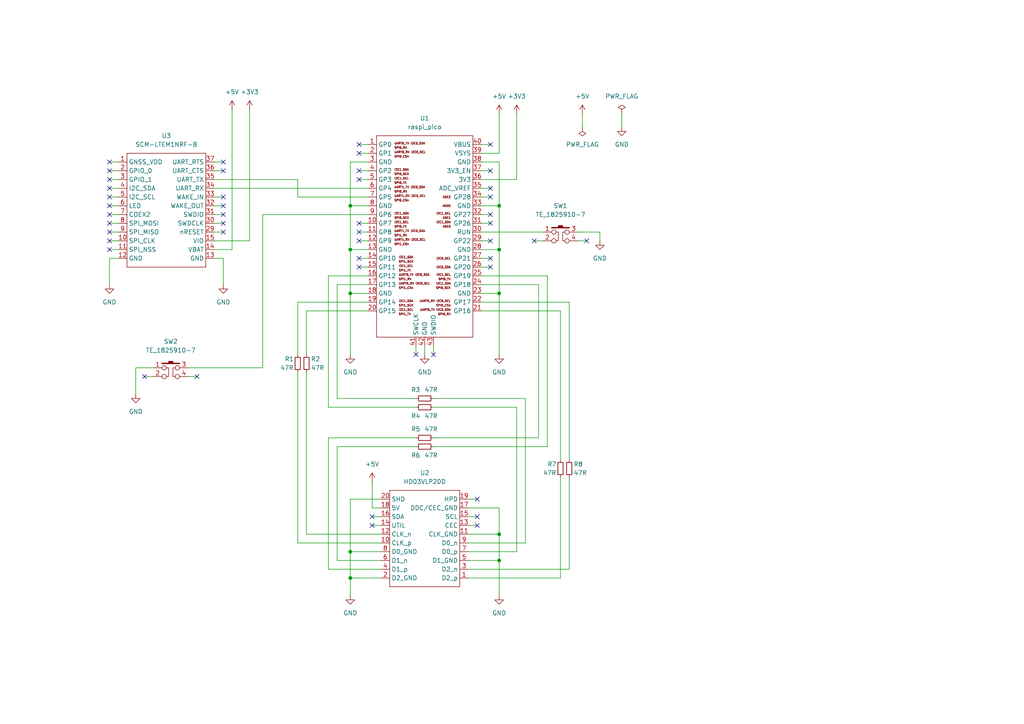
<source format=kicad_sch>
(kicad_sch (version 20211123) (generator eeschema)

  (uuid 1b20ee09-ff29-49bb-8b8d-e6cef60bdce9)

  (paper "A4")

  (title_block
    (title "pico_sign_sipf_xmodem")
  )

  (lib_symbols
    (symbol "00_custom_lib:HD03VLP20D" (in_bom yes) (on_board yes)
      (property "Reference" "U" (id 0) (at 10.16 6.35 0)
        (effects (font (size 1.27 1.27)))
      )
      (property "Value" "HD03VLP20D" (id 1) (at 10.16 3.81 0)
        (effects (font (size 1.27 1.27)))
      )
      (property "Footprint" "" (id 2) (at 0 0 0)
        (effects (font (size 1.27 1.27)) hide)
      )
      (property "Datasheet" "" (id 3) (at 0 0 0)
        (effects (font (size 1.27 1.27)) hide)
      )
      (symbol "HD03VLP20D_0_0"
        (polyline
          (pts
            (xy 0 -25.4)
            (xy 0 2.54)
          )
          (stroke (width 0.1524) (type default) (color 0 0 0 0))
          (fill (type none))
        )
        (polyline
          (pts
            (xy 0 -25.4)
            (xy 20.32 -25.4)
          )
          (stroke (width 0.1524) (type default) (color 0 0 0 0))
          (fill (type none))
        )
        (polyline
          (pts
            (xy 0 2.54)
            (xy 20.32 2.54)
          )
          (stroke (width 0.1524) (type default) (color 0 0 0 0))
          (fill (type none))
        )
        (polyline
          (pts
            (xy 20.32 2.54)
            (xy 20.32 -25.4)
          )
          (stroke (width 0.1524) (type default) (color 0 0 0 0))
          (fill (type none))
        )
      )
      (symbol "HD03VLP20D_1_1"
        (pin passive line (at -2.54 0 0) (length 2.54)
          (name "D2_p" (effects (font (size 1.27 1.27))))
          (number "1" (effects (font (size 1.27 1.27))))
        )
        (pin passive line (at 22.86 -10.16 180) (length 2.54)
          (name "CLK_p" (effects (font (size 1.27 1.27))))
          (number "10" (effects (font (size 1.27 1.27))))
        )
        (pin passive line (at -2.54 -12.7 0) (length 2.54)
          (name "CLK_GND" (effects (font (size 1.27 1.27))))
          (number "11" (effects (font (size 1.27 1.27))))
        )
        (pin passive line (at 22.86 -12.7 180) (length 2.54)
          (name "CLK_n" (effects (font (size 1.27 1.27))))
          (number "12" (effects (font (size 1.27 1.27))))
        )
        (pin passive line (at -2.54 -15.24 0) (length 2.54)
          (name "CEC" (effects (font (size 1.27 1.27))))
          (number "13" (effects (font (size 1.27 1.27))))
        )
        (pin passive line (at 22.86 -15.24 180) (length 2.54)
          (name "UTIL" (effects (font (size 1.27 1.27))))
          (number "14" (effects (font (size 1.27 1.27))))
        )
        (pin passive line (at -2.54 -17.78 0) (length 2.54)
          (name "SCL" (effects (font (size 1.27 1.27))))
          (number "15" (effects (font (size 1.27 1.27))))
        )
        (pin passive line (at 22.86 -17.78 180) (length 2.54)
          (name "SDA" (effects (font (size 1.27 1.27))))
          (number "16" (effects (font (size 1.27 1.27))))
        )
        (pin passive line (at -2.54 -20.32 0) (length 2.54)
          (name "DDC/CEC_GND" (effects (font (size 1.27 1.27))))
          (number "17" (effects (font (size 1.27 1.27))))
        )
        (pin passive line (at 22.86 -20.32 180) (length 2.54)
          (name "5V" (effects (font (size 1.27 1.27))))
          (number "18" (effects (font (size 1.27 1.27))))
        )
        (pin passive line (at -2.54 -22.86 0) (length 2.54)
          (name "HPD" (effects (font (size 1.27 1.27))))
          (number "19" (effects (font (size 1.27 1.27))))
        )
        (pin passive line (at 22.86 0 180) (length 2.54)
          (name "D2_GND" (effects (font (size 1.27 1.27))))
          (number "2" (effects (font (size 1.27 1.27))))
        )
        (pin power_in line (at 22.86 -22.86 180) (length 2.54)
          (name "SHD" (effects (font (size 1.27 1.27))))
          (number "20" (effects (font (size 1.27 1.27))))
        )
        (pin passive line (at -2.54 -2.54 0) (length 2.54)
          (name "D2_n" (effects (font (size 1.27 1.27))))
          (number "3" (effects (font (size 1.27 1.27))))
        )
        (pin passive line (at 22.86 -2.54 180) (length 2.54)
          (name "D1_p" (effects (font (size 1.27 1.27))))
          (number "4" (effects (font (size 1.27 1.27))))
        )
        (pin passive line (at -2.54 -5.08 0) (length 2.54)
          (name "D1_GND" (effects (font (size 1.27 1.27))))
          (number "5" (effects (font (size 1.27 1.27))))
        )
        (pin passive line (at 22.86 -5.08 180) (length 2.54)
          (name "D1_n" (effects (font (size 1.27 1.27))))
          (number "6" (effects (font (size 1.27 1.27))))
        )
        (pin passive line (at -2.54 -7.62 0) (length 2.54)
          (name "D0_p" (effects (font (size 1.27 1.27))))
          (number "7" (effects (font (size 1.27 1.27))))
        )
        (pin passive line (at 22.86 -7.62 180) (length 2.54)
          (name "D0_GND" (effects (font (size 1.27 1.27))))
          (number "8" (effects (font (size 1.27 1.27))))
        )
        (pin passive line (at -2.54 -10.16 0) (length 2.54)
          (name "D0_n" (effects (font (size 1.27 1.27))))
          (number "9" (effects (font (size 1.27 1.27))))
        )
      )
    )
    (symbol "00_custom_lib:SCM-LTEM1NRF-B" (in_bom yes) (on_board yes)
      (property "Reference" "U" (id 0) (at 11.43 6.35 0)
        (effects (font (size 1.27 1.27)))
      )
      (property "Value" "SCM-LTEM1NRF-B" (id 1) (at 11.43 3.81 0)
        (effects (font (size 1.27 1.27)))
      )
      (property "Footprint" "" (id 2) (at 0 0 0)
        (effects (font (size 1.27 1.27)) hide)
      )
      (property "Datasheet" "" (id 3) (at 0 0 0)
        (effects (font (size 1.27 1.27)) hide)
      )
      (symbol "SCM-LTEM1NRF-B_0_0"
        (polyline
          (pts
            (xy 0 -30.48)
            (xy 0 2.54)
          )
          (stroke (width 0.1524) (type default) (color 0 0 0 0))
          (fill (type none))
        )
        (polyline
          (pts
            (xy 0 -30.48)
            (xy 22.86 -30.48)
          )
          (stroke (width 0.1524) (type default) (color 0 0 0 0))
          (fill (type none))
        )
        (polyline
          (pts
            (xy 0 2.54)
            (xy 22.86 2.54)
          )
          (stroke (width 0.1524) (type default) (color 0 0 0 0))
          (fill (type none))
        )
        (polyline
          (pts
            (xy 22.86 2.54)
            (xy 22.86 -30.48)
          )
          (stroke (width 0.1524) (type default) (color 0 0 0 0))
          (fill (type none))
        )
      )
      (symbol "SCM-LTEM1NRF-B_1_1"
        (pin passive line (at -2.54 0 0) (length 2.54)
          (name "GNSS_VDD" (effects (font (size 1.27 1.27))))
          (number "1" (effects (font (size 1.27 1.27))))
        )
        (pin passive line (at -2.54 -22.86 0) (length 2.54)
          (name "SPI_CLK" (effects (font (size 1.27 1.27))))
          (number "10" (effects (font (size 1.27 1.27))))
        )
        (pin passive line (at -2.54 -25.4 0) (length 2.54)
          (name "SPI_NSS" (effects (font (size 1.27 1.27))))
          (number "11" (effects (font (size 1.27 1.27))))
        )
        (pin power_in line (at -2.54 -27.94 0) (length 2.54)
          (name "GND" (effects (font (size 1.27 1.27))))
          (number "12" (effects (font (size 1.27 1.27))))
        )
        (pin power_in line (at 25.4 -27.94 180) (length 2.54)
          (name "GND" (effects (font (size 1.27 1.27))))
          (number "13" (effects (font (size 1.27 1.27))))
        )
        (pin power_in line (at 25.4 -25.4 180) (length 2.54)
          (name "VBAT" (effects (font (size 1.27 1.27))))
          (number "14" (effects (font (size 1.27 1.27))))
        )
        (pin power_in line (at 25.4 -22.86 180) (length 2.54)
          (name "VIO" (effects (font (size 1.27 1.27))))
          (number "15" (effects (font (size 1.27 1.27))))
        )
        (pin passive line (at -2.54 -2.54 0) (length 2.54)
          (name "GPIO_0" (effects (font (size 1.27 1.27))))
          (number "2" (effects (font (size 1.27 1.27))))
        )
        (pin passive line (at 25.4 -20.32 180) (length 2.54)
          (name "nRESET" (effects (font (size 1.27 1.27))))
          (number "29" (effects (font (size 1.27 1.27))))
        )
        (pin passive line (at -2.54 -5.08 0) (length 2.54)
          (name "GPIO_1" (effects (font (size 1.27 1.27))))
          (number "3" (effects (font (size 1.27 1.27))))
        )
        (pin passive line (at 25.4 -17.78 180) (length 2.54)
          (name "SWDCLK" (effects (font (size 1.27 1.27))))
          (number "30" (effects (font (size 1.27 1.27))))
        )
        (pin passive line (at 25.4 -15.24 180) (length 2.54)
          (name "SWDIO" (effects (font (size 1.27 1.27))))
          (number "31" (effects (font (size 1.27 1.27))))
        )
        (pin passive line (at 25.4 -12.7 180) (length 2.54)
          (name "WAKE_OUT" (effects (font (size 1.27 1.27))))
          (number "32" (effects (font (size 1.27 1.27))))
        )
        (pin passive line (at 25.4 -10.16 180) (length 2.54)
          (name "WAKE_IN" (effects (font (size 1.27 1.27))))
          (number "33" (effects (font (size 1.27 1.27))))
        )
        (pin passive line (at 25.4 -7.62 180) (length 2.54)
          (name "UART_RX" (effects (font (size 1.27 1.27))))
          (number "34" (effects (font (size 1.27 1.27))))
        )
        (pin passive line (at 25.4 -5.08 180) (length 2.54)
          (name "UART_TX" (effects (font (size 1.27 1.27))))
          (number "35" (effects (font (size 1.27 1.27))))
        )
        (pin passive line (at 25.4 -2.54 180) (length 2.54)
          (name "UART_CTS" (effects (font (size 1.27 1.27))))
          (number "36" (effects (font (size 1.27 1.27))))
        )
        (pin passive line (at 25.4 0 180) (length 2.54)
          (name "UART_RTS" (effects (font (size 1.27 1.27))))
          (number "37" (effects (font (size 1.27 1.27))))
        )
        (pin passive line (at -2.54 -7.62 0) (length 2.54)
          (name "I2C_SDA" (effects (font (size 1.27 1.27))))
          (number "4" (effects (font (size 1.27 1.27))))
        )
        (pin passive line (at -2.54 -10.16 0) (length 2.54)
          (name "I2C_SCL" (effects (font (size 1.27 1.27))))
          (number "5" (effects (font (size 1.27 1.27))))
        )
        (pin passive line (at -2.54 -12.7 0) (length 2.54)
          (name "LED" (effects (font (size 1.27 1.27))))
          (number "6" (effects (font (size 1.27 1.27))))
        )
        (pin passive line (at -2.54 -15.24 0) (length 2.54)
          (name "COEX2" (effects (font (size 1.27 1.27))))
          (number "7" (effects (font (size 1.27 1.27))))
        )
        (pin passive line (at -2.54 -17.78 0) (length 2.54)
          (name "SPI_MOSI" (effects (font (size 1.27 1.27))))
          (number "8" (effects (font (size 1.27 1.27))))
        )
        (pin passive line (at -2.54 -20.32 0) (length 2.54)
          (name "SPI_MISO" (effects (font (size 1.27 1.27))))
          (number "9" (effects (font (size 1.27 1.27))))
        )
      )
    )
    (symbol "00_custom_lib:TE_1825910-7" (in_bom yes) (on_board yes)
      (property "Reference" "SW" (id 0) (at 5.08 3.81 0)
        (effects (font (size 1.27 1.27)))
      )
      (property "Value" "TE_1825910-7" (id 1) (at 5.08 -5.08 0)
        (effects (font (size 1.27 1.27)))
      )
      (property "Footprint" "" (id 2) (at 0 0 0)
        (effects (font (size 1.27 1.27)) hide)
      )
      (property "Datasheet" "" (id 3) (at 0 0 0)
        (effects (font (size 1.27 1.27)) hide)
      )
      (symbol "TE_1825910-7_0_1"
        (polyline
          (pts
            (xy 3.81 0)
            (xy 4.445 0)
            (xy 4.445 -2.54)
            (xy 3.81 -2.54)
          )
          (stroke (width 0) (type default) (color 0 0 0 0))
          (fill (type none))
        )
        (polyline
          (pts
            (xy 6.35 -2.54)
            (xy 5.715 -2.54)
            (xy 5.715 0)
            (xy 6.35 0)
          )
          (stroke (width 0) (type default) (color 0 0 0 0))
          (fill (type none))
        )
        (circle (center 3.175 -2.54) (radius 0.635)
          (stroke (width 0) (type default) (color 0 0 0 0))
          (fill (type none))
        )
        (circle (center 3.175 0) (radius 0.635)
          (stroke (width 0) (type default) (color 0 0 0 0))
          (fill (type none))
        )
        (rectangle (start 4.445 1.905) (end 5.715 1.27)
          (stroke (width 0) (type default) (color 0 0 0 0))
          (fill (type outline))
        )
        (circle (center 6.985 -2.54) (radius 0.635)
          (stroke (width 0) (type default) (color 0 0 0 0))
          (fill (type none))
        )
        (circle (center 6.985 0) (radius 0.635)
          (stroke (width 0) (type default) (color 0 0 0 0))
          (fill (type none))
        )
        (pin passive line (at 0 0 0) (length 2.54)
          (name "" (effects (font (size 1.27 1.27))))
          (number "1" (effects (font (size 1.27 1.27))))
        )
        (pin passive line (at 0 -2.54 0) (length 2.54)
          (name "" (effects (font (size 1.27 1.27))))
          (number "2" (effects (font (size 1.27 1.27))))
        )
        (pin passive line (at 10.16 0 180) (length 2.54)
          (name "" (effects (font (size 1.27 1.27))))
          (number "3" (effects (font (size 1.27 1.27))))
        )
        (pin passive line (at 10.16 -2.54 180) (length 2.54)
          (name "" (effects (font (size 1.27 1.27))))
          (number "4" (effects (font (size 1.27 1.27))))
        )
      )
      (symbol "TE_1825910-7_1_0"
        (polyline
          (pts
            (xy 7.62 1.27)
            (xy 2.54 1.27)
          )
          (stroke (width 0.381) (type default) (color 0 0 0 0))
          (fill (type none))
        )
      )
    )
    (symbol "00_custom_lib:raspi_pico" (in_bom yes) (on_board yes)
      (property "Reference" "U" (id 0) (at 13.97 6.35 0)
        (effects (font (size 1.27 1.27)))
      )
      (property "Value" "raspi_pico" (id 1) (at 13.97 3.81 0)
        (effects (font (size 1.27 1.27)))
      )
      (property "Footprint" "" (id 2) (at 0 0 0)
        (effects (font (size 1.27 1.27)) hide)
      )
      (property "Datasheet" "" (id 3) (at 0 0 0)
        (effects (font (size 1.27 1.27)) hide)
      )
      (symbol "raspi_pico_0_0"
        (polyline
          (pts
            (xy 0 -55.88)
            (xy 0 2.54)
          )
          (stroke (width 0.1524) (type default) (color 0 0 0 0))
          (fill (type none))
        )
        (polyline
          (pts
            (xy 0 -55.88)
            (xy 27.94 -55.88)
          )
          (stroke (width 0.1524) (type default) (color 0 0 0 0))
          (fill (type none))
        )
        (polyline
          (pts
            (xy 0 2.54)
            (xy 27.94 2.54)
          )
          (stroke (width 0.1524) (type default) (color 0 0 0 0))
          (fill (type none))
        )
        (polyline
          (pts
            (xy 27.94 2.54)
            (xy 27.94 -55.88)
          )
          (stroke (width 0.1524) (type default) (color 0 0 0 0))
          (fill (type none))
        )
        (text "ADC0" (at 21.59 -24.13 0)
          (effects (font (size 0.6 0.6)) (justify right bottom))
        )
        (text "ADC1" (at 21.59 -21.59 0)
          (effects (font (size 0.6 0.6)) (justify right bottom))
        )
        (text "ADC2" (at 21.59 -15.24 0)
          (effects (font (size 0.6 0.6)) (justify right))
        )
        (text "AGND" (at 21.59 -17.78 0)
          (effects (font (size 0.6 0.6)) (justify right))
        )
        (text "I2C0_SCL" (at 21.59 -33.02 0)
          (effects (font (size 0.6 0.6)) (justify right))
        )
        (text "I2C0_SDA" (at 21.59 -35.56 0)
          (effects (font (size 0.6 0.6)) (justify right))
        )
        (text "I2C1_SCL" (at 5.08 -22.86 0)
          (effects (font (size 0.6 0.6)) (justify left bottom))
        )
        (text "I2C1_SCL" (at 5.08 -10.16 0)
          (effects (font (size 0.6 0.6)) (justify left bottom))
        )
        (text "I2C1_SCL" (at 6.35 -48.26 0)
          (effects (font (size 0.6 0.6)) (justify left bottom))
        )
        (text "I2C1_SCL" (at 6.35 -35.56 0)
          (effects (font (size 0.6 0.6)) (justify left bottom))
        )
        (text "I2C1_SCL" (at 21.59 -38.1 0)
          (effects (font (size 0.6 0.6)) (justify right bottom))
        )
        (text "I2C1_SCL" (at 21.59 -20.32 0)
          (effects (font (size 0.6 0.6)) (justify right bottom))
        )
        (text "I2C1_SDA" (at 5.08 -20.32 0)
          (effects (font (size 0.6 0.6)) (justify left bottom))
        )
        (text "I2C1_SDA" (at 5.08 -7.62 0)
          (effects (font (size 0.6 0.6)) (justify left bottom))
        )
        (text "I2C1_SDA" (at 6.35 -45.72 0)
          (effects (font (size 0.6 0.6)) (justify left bottom))
        )
        (text "I2C1_SDA" (at 6.35 -33.02 0)
          (effects (font (size 0.6 0.6)) (justify left bottom))
        )
        (text "I2C1_SDA" (at 21.59 -40.64 0)
          (effects (font (size 0.6 0.6)) (justify right bottom))
        )
        (text "I2C1_SDA" (at 21.59 -22.86 0)
          (effects (font (size 0.6 0.6)) (justify right bottom))
        )
        (text "SPI0_CSn" (at 5.08 -16.51 0)
          (effects (font (size 0.6 0.6)) (justify left bottom))
        )
        (text "SPI0_CSn" (at 5.08 -3.81 0)
          (effects (font (size 0.6 0.6)) (justify left bottom))
        )
        (text "SPI0_CSn" (at 21.59 -46.99 0)
          (effects (font (size 0.6 0.6)) (justify right bottom))
        )
        (text "SPI0_RX" (at 5.08 -13.97 0)
          (effects (font (size 0.6 0.6)) (justify left bottom))
        )
        (text "SPI0_RX" (at 5.08 -1.27 0)
          (effects (font (size 0.6 0.6)) (justify left bottom))
        )
        (text "SPI0_RX" (at 21.59 -49.53 0)
          (effects (font (size 0.6 0.6)) (justify right bottom))
        )
        (text "SPI0_SCK" (at 5.08 -21.59 0)
          (effects (font (size 0.6 0.6)) (justify left bottom))
        )
        (text "SPI0_SCK" (at 5.08 -8.89 0)
          (effects (font (size 0.6 0.6)) (justify left bottom))
        )
        (text "SPI0_SCK" (at 21.59 -41.91 0)
          (effects (font (size 0.6 0.6)) (justify right bottom))
        )
        (text "SPI0_TX" (at 5.08 -24.13 0)
          (effects (font (size 0.6 0.6)) (justify left bottom))
        )
        (text "SPI0_TX" (at 5.08 -11.43 0)
          (effects (font (size 0.6 0.6)) (justify left bottom))
        )
        (text "SPI0_TX" (at 21.59 -39.37 0)
          (effects (font (size 0.6 0.6)) (justify right bottom))
        )
        (text "SPI1_CSn" (at 5.08 -29.21 0)
          (effects (font (size 0.6 0.6)) (justify left bottom))
        )
        (text "SPI1_CSn" (at 6.35 -41.91 0)
          (effects (font (size 0.6 0.6)) (justify left bottom))
        )
        (text "SPI1_RX" (at 5.08 -26.67 0)
          (effects (font (size 0.6 0.6)) (justify left bottom))
        )
        (text "SPI1_RX" (at 6.35 -39.37 0)
          (effects (font (size 0.6 0.6)) (justify left bottom))
        )
        (text "SPI1_SCK" (at 6.35 -46.99 0)
          (effects (font (size 0.6 0.6)) (justify left bottom))
        )
        (text "SPI1_SCK" (at 6.35 -34.29 0)
          (effects (font (size 0.6 0.6)) (justify left bottom))
        )
        (text "SPI1_TX" (at 6.35 -49.53 0)
          (effects (font (size 0.6 0.6)) (justify left bottom))
        )
        (text "SPI1_TX" (at 6.35 -36.83 0)
          (effects (font (size 0.6 0.6)) (justify left bottom))
        )
        (text "UART0_RX I2C0_SCL" (at 5.08 -2.54 0)
          (effects (font (size 0.6 0.6)) (justify left bottom))
        )
        (text "UART0_RX I2C0_SCL" (at 6.35 -40.64 0)
          (effects (font (size 0.6 0.6)) (justify left bottom))
        )
        (text "UART0_RX I2C0_SCL" (at 21.59 -45.72 0)
          (effects (font (size 0.6 0.6)) (justify right bottom))
        )
        (text "UART0_TX I2C0_SDA" (at 5.08 0 0)
          (effects (font (size 0.6 0.6)) (justify left bottom))
        )
        (text "UART0_TX I2C0_SDA" (at 6.35 -38.1 0)
          (effects (font (size 0.6 0.6)) (justify left bottom))
        )
        (text "UART0_TX I2C0_SDA" (at 21.59 -48.26 0)
          (effects (font (size 0.6 0.6)) (justify right bottom))
        )
        (text "UART1_RX I2C0_SCL" (at 5.08 -27.94 0)
          (effects (font (size 0.6 0.6)) (justify left bottom))
        )
        (text "UART1_RX I2C0_SCL" (at 5.08 -15.24 0)
          (effects (font (size 0.6 0.6)) (justify left bottom))
        )
        (text "UART1_TX I2C0_SDA" (at 5.08 -25.4 0)
          (effects (font (size 0.6 0.6)) (justify left bottom))
        )
        (text "UART1_TX I2C0_SDA" (at 5.08 -12.7 0)
          (effects (font (size 0.6 0.6)) (justify left bottom))
        )
      )
      (symbol "raspi_pico_1_1"
        (pin passive line (at -2.54 0 0) (length 2.54)
          (name "GP0" (effects (font (size 1.27 1.27))))
          (number "1" (effects (font (size 1.27 1.27))))
        )
        (pin passive line (at -2.54 -22.86 0) (length 2.54)
          (name "GP7" (effects (font (size 1.27 1.27))))
          (number "10" (effects (font (size 1.27 1.27))))
        )
        (pin passive line (at -2.54 -25.4 0) (length 2.54)
          (name "GP8" (effects (font (size 1.27 1.27))))
          (number "11" (effects (font (size 1.27 1.27))))
        )
        (pin passive line (at -2.54 -27.94 0) (length 2.54)
          (name "GP9" (effects (font (size 1.27 1.27))))
          (number "12" (effects (font (size 1.27 1.27))))
        )
        (pin power_in line (at -2.54 -30.48 0) (length 2.54)
          (name "GND" (effects (font (size 1.27 1.27))))
          (number "13" (effects (font (size 1.27 1.27))))
        )
        (pin passive line (at -2.54 -33.02 0) (length 2.54)
          (name "GP10" (effects (font (size 1.27 1.27))))
          (number "14" (effects (font (size 1.27 1.27))))
        )
        (pin passive line (at -2.54 -35.56 0) (length 2.54)
          (name "GP11" (effects (font (size 1.27 1.27))))
          (number "15" (effects (font (size 1.27 1.27))))
        )
        (pin passive line (at -2.54 -38.1 0) (length 2.54)
          (name "GP12" (effects (font (size 1.27 1.27))))
          (number "16" (effects (font (size 1.27 1.27))))
        )
        (pin passive line (at -2.54 -40.64 0) (length 2.54)
          (name "GP13" (effects (font (size 1.27 1.27))))
          (number "17" (effects (font (size 1.27 1.27))))
        )
        (pin power_in line (at -2.54 -43.18 0) (length 2.54)
          (name "GND" (effects (font (size 1.27 1.27))))
          (number "18" (effects (font (size 1.27 1.27))))
        )
        (pin passive line (at -2.54 -45.72 0) (length 2.54)
          (name "GP14" (effects (font (size 1.27 1.27))))
          (number "19" (effects (font (size 1.27 1.27))))
        )
        (pin passive line (at -2.54 -2.54 0) (length 2.54)
          (name "GP1" (effects (font (size 1.27 1.27))))
          (number "2" (effects (font (size 1.27 1.27))))
        )
        (pin passive line (at -2.54 -48.26 0) (length 2.54)
          (name "GP15" (effects (font (size 1.27 1.27))))
          (number "20" (effects (font (size 1.27 1.27))))
        )
        (pin passive line (at 30.48 -48.26 180) (length 2.54)
          (name "GP16" (effects (font (size 1.27 1.27))))
          (number "21" (effects (font (size 1.27 1.27))))
        )
        (pin passive line (at 30.48 -45.72 180) (length 2.54)
          (name "GP17" (effects (font (size 1.27 1.27))))
          (number "22" (effects (font (size 1.27 1.27))))
        )
        (pin power_in line (at 30.48 -43.18 180) (length 2.54)
          (name "GND" (effects (font (size 1.27 1.27))))
          (number "23" (effects (font (size 1.27 1.27))))
        )
        (pin passive line (at 30.48 -40.64 180) (length 2.54)
          (name "GP18" (effects (font (size 1.27 1.27))))
          (number "24" (effects (font (size 1.27 1.27))))
        )
        (pin passive line (at 30.48 -38.1 180) (length 2.54)
          (name "GP19" (effects (font (size 1.27 1.27))))
          (number "25" (effects (font (size 1.27 1.27))))
        )
        (pin passive line (at 30.48 -35.56 180) (length 2.54)
          (name "GP20" (effects (font (size 1.27 1.27))))
          (number "26" (effects (font (size 1.27 1.27))))
        )
        (pin passive line (at 30.48 -33.02 180) (length 2.54)
          (name "GP21" (effects (font (size 1.27 1.27))))
          (number "27" (effects (font (size 1.27 1.27))))
        )
        (pin power_in line (at 30.48 -30.48 180) (length 2.54)
          (name "GND" (effects (font (size 1.27 1.27))))
          (number "28" (effects (font (size 1.27 1.27))))
        )
        (pin passive line (at 30.48 -27.94 180) (length 2.54)
          (name "GP22" (effects (font (size 1.27 1.27))))
          (number "29" (effects (font (size 1.27 1.27))))
        )
        (pin power_in line (at -2.54 -5.08 0) (length 2.54)
          (name "GND" (effects (font (size 1.27 1.27))))
          (number "3" (effects (font (size 1.27 1.27))))
        )
        (pin passive line (at 30.48 -25.4 180) (length 2.54)
          (name "RUN" (effects (font (size 1.27 1.27))))
          (number "30" (effects (font (size 1.27 1.27))))
        )
        (pin passive line (at 30.48 -22.86 180) (length 2.54)
          (name "GP26" (effects (font (size 1.27 1.27))))
          (number "31" (effects (font (size 1.27 1.27))))
        )
        (pin passive line (at 30.48 -20.32 180) (length 2.54)
          (name "GP27" (effects (font (size 1.27 1.27))))
          (number "32" (effects (font (size 1.27 1.27))))
        )
        (pin power_in line (at 30.48 -17.78 180) (length 2.54)
          (name "GND" (effects (font (size 1.27 1.27))))
          (number "33" (effects (font (size 1.27 1.27))))
        )
        (pin passive line (at 30.48 -15.24 180) (length 2.54)
          (name "GP28" (effects (font (size 1.27 1.27))))
          (number "34" (effects (font (size 1.27 1.27))))
        )
        (pin passive line (at 30.48 -12.7 180) (length 2.54)
          (name "ADC_VREF" (effects (font (size 1.27 1.27))))
          (number "35" (effects (font (size 1.27 1.27))))
        )
        (pin power_out line (at 30.48 -10.16 180) (length 2.54)
          (name "3V3" (effects (font (size 1.27 1.27))))
          (number "36" (effects (font (size 1.27 1.27))))
        )
        (pin passive line (at 30.48 -7.62 180) (length 2.54)
          (name "3V3_EN" (effects (font (size 1.27 1.27))))
          (number "37" (effects (font (size 1.27 1.27))))
        )
        (pin power_in line (at 30.48 -5.08 180) (length 2.54)
          (name "GND" (effects (font (size 1.27 1.27))))
          (number "38" (effects (font (size 1.27 1.27))))
        )
        (pin power_in line (at 30.48 -2.54 180) (length 2.54)
          (name "VSYS" (effects (font (size 1.27 1.27))))
          (number "39" (effects (font (size 1.27 1.27))))
        )
        (pin passive line (at -2.54 -7.62 0) (length 2.54)
          (name "GP2" (effects (font (size 1.27 1.27))))
          (number "4" (effects (font (size 1.27 1.27))))
        )
        (pin power_out line (at 30.48 0 180) (length 2.54)
          (name "VBUS" (effects (font (size 1.27 1.27))))
          (number "40" (effects (font (size 1.27 1.27))))
        )
        (pin passive line (at 11.43 -58.42 90) (length 2.54)
          (name "SWCLK" (effects (font (size 1.27 1.27))))
          (number "41" (effects (font (size 1.27 1.27))))
        )
        (pin passive line (at 13.97 -58.42 90) (length 2.54)
          (name "GND" (effects (font (size 1.27 1.27))))
          (number "42" (effects (font (size 1.27 1.27))))
        )
        (pin passive line (at 16.51 -58.42 90) (length 2.54)
          (name "SWDIO" (effects (font (size 1.27 1.27))))
          (number "43" (effects (font (size 1.27 1.27))))
        )
        (pin passive line (at -2.54 -10.16 0) (length 2.54)
          (name "GP3" (effects (font (size 1.27 1.27))))
          (number "5" (effects (font (size 1.27 1.27))))
        )
        (pin passive line (at -2.54 -12.7 0) (length 2.54)
          (name "GP4" (effects (font (size 1.27 1.27))))
          (number "6" (effects (font (size 1.27 1.27))))
        )
        (pin passive line (at -2.54 -15.24 0) (length 2.54)
          (name "GP5" (effects (font (size 1.27 1.27))))
          (number "7" (effects (font (size 1.27 1.27))))
        )
        (pin power_in line (at -2.54 -17.78 0) (length 2.54)
          (name "GND" (effects (font (size 1.27 1.27))))
          (number "8" (effects (font (size 1.27 1.27))))
        )
        (pin passive line (at -2.54 -20.32 0) (length 2.54)
          (name "GP6" (effects (font (size 1.27 1.27))))
          (number "9" (effects (font (size 1.27 1.27))))
        )
      )
    )
    (symbol "Device:R_Small" (pin_numbers hide) (pin_names (offset 0.254) hide) (in_bom yes) (on_board yes)
      (property "Reference" "R" (id 0) (at 0.762 0.508 0)
        (effects (font (size 1.27 1.27)) (justify left))
      )
      (property "Value" "R_Small" (id 1) (at 0.762 -1.016 0)
        (effects (font (size 1.27 1.27)) (justify left))
      )
      (property "Footprint" "" (id 2) (at 0 0 0)
        (effects (font (size 1.27 1.27)) hide)
      )
      (property "Datasheet" "~" (id 3) (at 0 0 0)
        (effects (font (size 1.27 1.27)) hide)
      )
      (property "ki_keywords" "R resistor" (id 4) (at 0 0 0)
        (effects (font (size 1.27 1.27)) hide)
      )
      (property "ki_description" "Resistor, small symbol" (id 5) (at 0 0 0)
        (effects (font (size 1.27 1.27)) hide)
      )
      (property "ki_fp_filters" "R_*" (id 6) (at 0 0 0)
        (effects (font (size 1.27 1.27)) hide)
      )
      (symbol "R_Small_0_1"
        (rectangle (start -0.762 1.778) (end 0.762 -1.778)
          (stroke (width 0.2032) (type default) (color 0 0 0 0))
          (fill (type none))
        )
      )
      (symbol "R_Small_1_1"
        (pin passive line (at 0 2.54 270) (length 0.762)
          (name "~" (effects (font (size 1.27 1.27))))
          (number "1" (effects (font (size 1.27 1.27))))
        )
        (pin passive line (at 0 -2.54 90) (length 0.762)
          (name "~" (effects (font (size 1.27 1.27))))
          (number "2" (effects (font (size 1.27 1.27))))
        )
      )
    )
    (symbol "power:+3V3" (power) (pin_names (offset 0)) (in_bom yes) (on_board yes)
      (property "Reference" "#PWR" (id 0) (at 0 -3.81 0)
        (effects (font (size 1.27 1.27)) hide)
      )
      (property "Value" "+3V3" (id 1) (at 0 3.556 0)
        (effects (font (size 1.27 1.27)))
      )
      (property "Footprint" "" (id 2) (at 0 0 0)
        (effects (font (size 1.27 1.27)) hide)
      )
      (property "Datasheet" "" (id 3) (at 0 0 0)
        (effects (font (size 1.27 1.27)) hide)
      )
      (property "ki_keywords" "power-flag" (id 4) (at 0 0 0)
        (effects (font (size 1.27 1.27)) hide)
      )
      (property "ki_description" "Power symbol creates a global label with name \"+3V3\"" (id 5) (at 0 0 0)
        (effects (font (size 1.27 1.27)) hide)
      )
      (symbol "+3V3_0_1"
        (polyline
          (pts
            (xy -0.762 1.27)
            (xy 0 2.54)
          )
          (stroke (width 0) (type default) (color 0 0 0 0))
          (fill (type none))
        )
        (polyline
          (pts
            (xy 0 0)
            (xy 0 2.54)
          )
          (stroke (width 0) (type default) (color 0 0 0 0))
          (fill (type none))
        )
        (polyline
          (pts
            (xy 0 2.54)
            (xy 0.762 1.27)
          )
          (stroke (width 0) (type default) (color 0 0 0 0))
          (fill (type none))
        )
      )
      (symbol "+3V3_1_1"
        (pin power_in line (at 0 0 90) (length 0) hide
          (name "+3V3" (effects (font (size 1.27 1.27))))
          (number "1" (effects (font (size 1.27 1.27))))
        )
      )
    )
    (symbol "power:+5V" (power) (pin_names (offset 0)) (in_bom yes) (on_board yes)
      (property "Reference" "#PWR" (id 0) (at 0 -3.81 0)
        (effects (font (size 1.27 1.27)) hide)
      )
      (property "Value" "+5V" (id 1) (at 0 3.556 0)
        (effects (font (size 1.27 1.27)))
      )
      (property "Footprint" "" (id 2) (at 0 0 0)
        (effects (font (size 1.27 1.27)) hide)
      )
      (property "Datasheet" "" (id 3) (at 0 0 0)
        (effects (font (size 1.27 1.27)) hide)
      )
      (property "ki_keywords" "power-flag" (id 4) (at 0 0 0)
        (effects (font (size 1.27 1.27)) hide)
      )
      (property "ki_description" "Power symbol creates a global label with name \"+5V\"" (id 5) (at 0 0 0)
        (effects (font (size 1.27 1.27)) hide)
      )
      (symbol "+5V_0_1"
        (polyline
          (pts
            (xy -0.762 1.27)
            (xy 0 2.54)
          )
          (stroke (width 0) (type default) (color 0 0 0 0))
          (fill (type none))
        )
        (polyline
          (pts
            (xy 0 0)
            (xy 0 2.54)
          )
          (stroke (width 0) (type default) (color 0 0 0 0))
          (fill (type none))
        )
        (polyline
          (pts
            (xy 0 2.54)
            (xy 0.762 1.27)
          )
          (stroke (width 0) (type default) (color 0 0 0 0))
          (fill (type none))
        )
      )
      (symbol "+5V_1_1"
        (pin power_in line (at 0 0 90) (length 0) hide
          (name "+5V" (effects (font (size 1.27 1.27))))
          (number "1" (effects (font (size 1.27 1.27))))
        )
      )
    )
    (symbol "power:GND" (power) (pin_names (offset 0)) (in_bom yes) (on_board yes)
      (property "Reference" "#PWR" (id 0) (at 0 -6.35 0)
        (effects (font (size 1.27 1.27)) hide)
      )
      (property "Value" "GND" (id 1) (at 0 -3.81 0)
        (effects (font (size 1.27 1.27)))
      )
      (property "Footprint" "" (id 2) (at 0 0 0)
        (effects (font (size 1.27 1.27)) hide)
      )
      (property "Datasheet" "" (id 3) (at 0 0 0)
        (effects (font (size 1.27 1.27)) hide)
      )
      (property "ki_keywords" "power-flag" (id 4) (at 0 0 0)
        (effects (font (size 1.27 1.27)) hide)
      )
      (property "ki_description" "Power symbol creates a global label with name \"GND\" , ground" (id 5) (at 0 0 0)
        (effects (font (size 1.27 1.27)) hide)
      )
      (symbol "GND_0_1"
        (polyline
          (pts
            (xy 0 0)
            (xy 0 -1.27)
            (xy 1.27 -1.27)
            (xy 0 -2.54)
            (xy -1.27 -1.27)
            (xy 0 -1.27)
          )
          (stroke (width 0) (type default) (color 0 0 0 0))
          (fill (type none))
        )
      )
      (symbol "GND_1_1"
        (pin power_in line (at 0 0 270) (length 0) hide
          (name "GND" (effects (font (size 1.27 1.27))))
          (number "1" (effects (font (size 1.27 1.27))))
        )
      )
    )
    (symbol "power:PWR_FLAG" (power) (pin_numbers hide) (pin_names (offset 0) hide) (in_bom yes) (on_board yes)
      (property "Reference" "#FLG" (id 0) (at 0 1.905 0)
        (effects (font (size 1.27 1.27)) hide)
      )
      (property "Value" "PWR_FLAG" (id 1) (at 0 3.81 0)
        (effects (font (size 1.27 1.27)))
      )
      (property "Footprint" "" (id 2) (at 0 0 0)
        (effects (font (size 1.27 1.27)) hide)
      )
      (property "Datasheet" "~" (id 3) (at 0 0 0)
        (effects (font (size 1.27 1.27)) hide)
      )
      (property "ki_keywords" "power-flag" (id 4) (at 0 0 0)
        (effects (font (size 1.27 1.27)) hide)
      )
      (property "ki_description" "Special symbol for telling ERC where power comes from" (id 5) (at 0 0 0)
        (effects (font (size 1.27 1.27)) hide)
      )
      (symbol "PWR_FLAG_0_0"
        (pin power_out line (at 0 0 90) (length 0)
          (name "pwr" (effects (font (size 1.27 1.27))))
          (number "1" (effects (font (size 1.27 1.27))))
        )
      )
      (symbol "PWR_FLAG_0_1"
        (polyline
          (pts
            (xy 0 0)
            (xy 0 1.27)
            (xy -1.016 1.905)
            (xy 0 2.54)
            (xy 1.016 1.905)
            (xy 0 1.27)
          )
          (stroke (width 0) (type default) (color 0 0 0 0))
          (fill (type none))
        )
      )
    )
  )


  (junction (at 101.6 85.09) (diameter 0) (color 0 0 0 0)
    (uuid 55bfb56d-0a6f-4679-ad43-a2e436486b48)
  )
  (junction (at 144.78 162.56) (diameter 0) (color 0 0 0 0)
    (uuid 61552163-4761-4a1c-b2d6-fa35886f0193)
  )
  (junction (at 101.6 167.64) (diameter 0) (color 0 0 0 0)
    (uuid a6034c2c-2611-447a-a5a0-50a54fa4c678)
  )
  (junction (at 101.6 72.39) (diameter 0) (color 0 0 0 0)
    (uuid ad7de09b-bf83-414c-8d2d-a6ce3d12c421)
  )
  (junction (at 144.78 85.09) (diameter 0) (color 0 0 0 0)
    (uuid bff4b3af-db55-46dd-9100-0986b2c9ef52)
  )
  (junction (at 101.6 59.69) (diameter 0) (color 0 0 0 0)
    (uuid c326a27b-cb4d-474a-93fd-7377f813a82a)
  )
  (junction (at 101.6 160.02) (diameter 0) (color 0 0 0 0)
    (uuid d540f930-f1b1-4dbe-a658-53337bc671f7)
  )
  (junction (at 144.78 72.39) (diameter 0) (color 0 0 0 0)
    (uuid f00f3737-5d99-4594-b7a3-b23df648b657)
  )
  (junction (at 144.78 154.94) (diameter 0) (color 0 0 0 0)
    (uuid f34dc95a-09dd-4e1e-bdbe-0c80b01ad5ab)
  )
  (junction (at 144.78 59.69) (diameter 0) (color 0 0 0 0)
    (uuid f6016479-8657-4bad-bfc4-7d966311fe2b)
  )

  (no_connect (at 138.43 144.78) (uuid 242536cc-5ae9-42d9-9e57-39fc3eb1a63d))
  (no_connect (at 138.43 149.86) (uuid 242536cc-5ae9-42d9-9e57-39fc3eb1a63e))
  (no_connect (at 138.43 152.4) (uuid 242536cc-5ae9-42d9-9e57-39fc3eb1a63f))
  (no_connect (at 107.95 149.86) (uuid 242536cc-5ae9-42d9-9e57-39fc3eb1a640))
  (no_connect (at 107.95 152.4) (uuid 242536cc-5ae9-42d9-9e57-39fc3eb1a641))
  (no_connect (at 142.24 57.15) (uuid 743342d6-caf1-4e63-ac9a-12b9ef6c38dc))
  (no_connect (at 142.24 74.93) (uuid 743342d6-caf1-4e63-ac9a-12b9ef6c38dd))
  (no_connect (at 142.24 69.85) (uuid 743342d6-caf1-4e63-ac9a-12b9ef6c38de))
  (no_connect (at 142.24 64.77) (uuid 743342d6-caf1-4e63-ac9a-12b9ef6c38df))
  (no_connect (at 142.24 62.23) (uuid 743342d6-caf1-4e63-ac9a-12b9ef6c38e0))
  (no_connect (at 142.24 77.47) (uuid 743342d6-caf1-4e63-ac9a-12b9ef6c38e1))
  (no_connect (at 120.65 102.87) (uuid 8bcc7d2b-c179-4fd3-b6c9-041bfc176927))
  (no_connect (at 125.73 102.87) (uuid 8bcc7d2b-c179-4fd3-b6c9-041bfc176928))
  (no_connect (at 41.91 109.22) (uuid 93c0b81e-4907-4f14-a613-359a7ce85e91))
  (no_connect (at 57.15 109.22) (uuid 93c0b81e-4907-4f14-a613-359a7ce85e92))
  (no_connect (at 142.24 41.91) (uuid 93c0b81e-4907-4f14-a613-359a7ce85e93))
  (no_connect (at 142.24 54.61) (uuid 93c0b81e-4907-4f14-a613-359a7ce85e94))
  (no_connect (at 142.24 49.53) (uuid 93c0b81e-4907-4f14-a613-359a7ce85e95))
  (no_connect (at 31.75 46.99) (uuid 93c0b81e-4907-4f14-a613-359a7ce85e96))
  (no_connect (at 31.75 49.53) (uuid 93c0b81e-4907-4f14-a613-359a7ce85e97))
  (no_connect (at 31.75 52.07) (uuid 93c0b81e-4907-4f14-a613-359a7ce85e98))
  (no_connect (at 31.75 54.61) (uuid 93c0b81e-4907-4f14-a613-359a7ce85e99))
  (no_connect (at 31.75 57.15) (uuid 93c0b81e-4907-4f14-a613-359a7ce85e9a))
  (no_connect (at 31.75 59.69) (uuid 93c0b81e-4907-4f14-a613-359a7ce85e9b))
  (no_connect (at 31.75 62.23) (uuid 93c0b81e-4907-4f14-a613-359a7ce85e9c))
  (no_connect (at 31.75 64.77) (uuid 93c0b81e-4907-4f14-a613-359a7ce85e9d))
  (no_connect (at 31.75 67.31) (uuid 93c0b81e-4907-4f14-a613-359a7ce85e9e))
  (no_connect (at 31.75 69.85) (uuid 93c0b81e-4907-4f14-a613-359a7ce85e9f))
  (no_connect (at 31.75 72.39) (uuid 93c0b81e-4907-4f14-a613-359a7ce85ea0))
  (no_connect (at 104.14 67.31) (uuid 93c0b81e-4907-4f14-a613-359a7ce85ea1))
  (no_connect (at 104.14 69.85) (uuid 93c0b81e-4907-4f14-a613-359a7ce85ea2))
  (no_connect (at 104.14 74.93) (uuid 93c0b81e-4907-4f14-a613-359a7ce85ea3))
  (no_connect (at 104.14 77.47) (uuid 93c0b81e-4907-4f14-a613-359a7ce85ea4))
  (no_connect (at 104.14 49.53) (uuid 93c0b81e-4907-4f14-a613-359a7ce85ea5))
  (no_connect (at 104.14 52.07) (uuid 93c0b81e-4907-4f14-a613-359a7ce85ea6))
  (no_connect (at 104.14 41.91) (uuid 93c0b81e-4907-4f14-a613-359a7ce85ea7))
  (no_connect (at 104.14 44.45) (uuid 93c0b81e-4907-4f14-a613-359a7ce85ea8))
  (no_connect (at 104.14 64.77) (uuid 93c0b81e-4907-4f14-a613-359a7ce85ea9))
  (no_connect (at 64.77 46.99) (uuid 93c0b81e-4907-4f14-a613-359a7ce85eaa))
  (no_connect (at 64.77 57.15) (uuid 93c0b81e-4907-4f14-a613-359a7ce85eab))
  (no_connect (at 64.77 49.53) (uuid 93c0b81e-4907-4f14-a613-359a7ce85eac))
  (no_connect (at 64.77 62.23) (uuid 93c0b81e-4907-4f14-a613-359a7ce85ead))
  (no_connect (at 64.77 59.69) (uuid 93c0b81e-4907-4f14-a613-359a7ce85eae))
  (no_connect (at 64.77 64.77) (uuid 93c0b81e-4907-4f14-a613-359a7ce85eaf))
  (no_connect (at 64.77 67.31) (uuid 93c0b81e-4907-4f14-a613-359a7ce85eb0))
  (no_connect (at 154.94 69.85) (uuid de87da38-4ef4-4da5-aae3-92721e47ccc0))
  (no_connect (at 170.18 69.85) (uuid de87da38-4ef4-4da5-aae3-92721e47ccc1))

  (wire (pts (xy 162.56 133.35) (xy 162.56 90.17))
    (stroke (width 0) (type default) (color 0 0 0 0))
    (uuid 01b9bdd8-ed30-4b5c-a8e2-222f6f4b7dd6)
  )
  (wire (pts (xy 101.6 72.39) (xy 106.68 72.39))
    (stroke (width 0) (type default) (color 0 0 0 0))
    (uuid 03e17abe-e701-4ae4-a3b9-4fcd281d9eb4)
  )
  (wire (pts (xy 31.75 69.85) (xy 34.29 69.85))
    (stroke (width 0) (type default) (color 0 0 0 0))
    (uuid 086f8e3c-fded-46e0-a5e4-8b83e64e840a)
  )
  (wire (pts (xy 152.4 157.48) (xy 135.89 157.48))
    (stroke (width 0) (type default) (color 0 0 0 0))
    (uuid 0907dcad-814c-486a-b107-abfa2f21b9e4)
  )
  (wire (pts (xy 165.1 87.63) (xy 139.7 87.63))
    (stroke (width 0) (type default) (color 0 0 0 0))
    (uuid 09ca45cf-74fe-4ef0-9228-da0bdc333787)
  )
  (wire (pts (xy 101.6 46.99) (xy 106.68 46.99))
    (stroke (width 0) (type default) (color 0 0 0 0))
    (uuid 0f9876f3-c089-4878-8686-45970e260cfd)
  )
  (wire (pts (xy 101.6 160.02) (xy 110.49 160.02))
    (stroke (width 0) (type default) (color 0 0 0 0))
    (uuid 1397cd72-9a26-47b0-bb08-3e572fb6e29d)
  )
  (wire (pts (xy 139.7 74.93) (xy 142.24 74.93))
    (stroke (width 0) (type default) (color 0 0 0 0))
    (uuid 13c84b90-33b1-4859-afba-4430c72c6200)
  )
  (wire (pts (xy 139.7 85.09) (xy 144.78 85.09))
    (stroke (width 0) (type default) (color 0 0 0 0))
    (uuid 14b61abe-5f77-40c8-b3b6-c18adaa16149)
  )
  (wire (pts (xy 139.7 82.55) (xy 156.21 82.55))
    (stroke (width 0) (type default) (color 0 0 0 0))
    (uuid 1598f3cf-3e33-4762-92f9-b2172713fe72)
  )
  (wire (pts (xy 167.64 69.85) (xy 170.18 69.85))
    (stroke (width 0) (type default) (color 0 0 0 0))
    (uuid 16cf0e22-c6b2-45a4-beaa-5cff542bc08d)
  )
  (wire (pts (xy 62.23 69.85) (xy 72.39 69.85))
    (stroke (width 0) (type default) (color 0 0 0 0))
    (uuid 184bbdfa-d6b1-404e-86fa-a6198df6ca4f)
  )
  (wire (pts (xy 31.75 74.93) (xy 31.75 82.55))
    (stroke (width 0) (type default) (color 0 0 0 0))
    (uuid 19007c06-1124-48ea-bfd7-e52f7655f0d9)
  )
  (wire (pts (xy 62.23 67.31) (xy 64.77 67.31))
    (stroke (width 0) (type default) (color 0 0 0 0))
    (uuid 19c344a2-8cb5-409b-9515-884b2d673a73)
  )
  (wire (pts (xy 149.86 33.02) (xy 149.86 52.07))
    (stroke (width 0) (type default) (color 0 0 0 0))
    (uuid 1a0b402d-d30e-46fd-875a-272d5ccf4d44)
  )
  (wire (pts (xy 167.64 67.31) (xy 173.99 67.31))
    (stroke (width 0) (type default) (color 0 0 0 0))
    (uuid 1b60b275-8260-4fd0-9577-e0d6f8e28cc6)
  )
  (wire (pts (xy 104.14 77.47) (xy 106.68 77.47))
    (stroke (width 0) (type default) (color 0 0 0 0))
    (uuid 1cc030ff-48a9-4008-bf05-5fbbcb0afa79)
  )
  (wire (pts (xy 149.86 52.07) (xy 139.7 52.07))
    (stroke (width 0) (type default) (color 0 0 0 0))
    (uuid 1dac1995-88f1-47f6-902e-d6387b364981)
  )
  (wire (pts (xy 76.2 106.68) (xy 54.61 106.68))
    (stroke (width 0) (type default) (color 0 0 0 0))
    (uuid 1f9fb79d-b628-4180-be6e-bd2f573370b5)
  )
  (wire (pts (xy 31.75 59.69) (xy 34.29 59.69))
    (stroke (width 0) (type default) (color 0 0 0 0))
    (uuid 23001b8b-f2b3-4772-8da2-4ae2d258d8f8)
  )
  (wire (pts (xy 72.39 69.85) (xy 72.39 31.75))
    (stroke (width 0) (type default) (color 0 0 0 0))
    (uuid 23e7975c-7fc4-4b75-be01-582119726b0f)
  )
  (wire (pts (xy 107.95 149.86) (xy 110.49 149.86))
    (stroke (width 0) (type default) (color 0 0 0 0))
    (uuid 247d9a3e-9a56-4c71-97e8-72b4f920bfd0)
  )
  (wire (pts (xy 97.79 115.57) (xy 120.65 115.57))
    (stroke (width 0) (type default) (color 0 0 0 0))
    (uuid 269e8739-71d7-433c-bde0-9d60e48ccc7a)
  )
  (wire (pts (xy 165.1 133.35) (xy 165.1 87.63))
    (stroke (width 0) (type default) (color 0 0 0 0))
    (uuid 26fa4777-1ac7-475d-bee9-86c6f50149f7)
  )
  (wire (pts (xy 101.6 167.64) (xy 101.6 160.02))
    (stroke (width 0) (type default) (color 0 0 0 0))
    (uuid 275a030d-ecc6-4646-bc11-0ad7ddc4ed62)
  )
  (wire (pts (xy 101.6 85.09) (xy 101.6 102.87))
    (stroke (width 0) (type default) (color 0 0 0 0))
    (uuid 2b36e4f0-9a57-4eae-b7f3-0c4374ff732c)
  )
  (wire (pts (xy 104.14 67.31) (xy 106.68 67.31))
    (stroke (width 0) (type default) (color 0 0 0 0))
    (uuid 2bcf5e99-1827-4e8c-b49f-6e47d49b5505)
  )
  (wire (pts (xy 144.78 72.39) (xy 144.78 59.69))
    (stroke (width 0) (type default) (color 0 0 0 0))
    (uuid 3024d91d-63f6-4542-9c02-50d63d4b182d)
  )
  (wire (pts (xy 139.7 57.15) (xy 142.24 57.15))
    (stroke (width 0) (type default) (color 0 0 0 0))
    (uuid 356489bd-14b6-41cf-a71e-d4af17969ef0)
  )
  (wire (pts (xy 97.79 129.54) (xy 97.79 162.56))
    (stroke (width 0) (type default) (color 0 0 0 0))
    (uuid 36bba793-a471-4990-a431-ac30d041fc80)
  )
  (wire (pts (xy 149.86 160.02) (xy 149.86 118.11))
    (stroke (width 0) (type default) (color 0 0 0 0))
    (uuid 3772fe6e-5bf7-4415-a6e3-caae4ee2288d)
  )
  (wire (pts (xy 31.75 46.99) (xy 34.29 46.99))
    (stroke (width 0) (type default) (color 0 0 0 0))
    (uuid 39611836-39e9-4763-994b-0111c26ebbbb)
  )
  (wire (pts (xy 88.9 154.94) (xy 110.49 154.94))
    (stroke (width 0) (type default) (color 0 0 0 0))
    (uuid 3b92d48b-caf2-4c5f-a02e-deca0f30816c)
  )
  (wire (pts (xy 104.14 41.91) (xy 106.68 41.91))
    (stroke (width 0) (type default) (color 0 0 0 0))
    (uuid 3bc33de3-365c-45bb-a185-39f60742879e)
  )
  (wire (pts (xy 180.34 33.02) (xy 180.34 36.83))
    (stroke (width 0) (type default) (color 0 0 0 0))
    (uuid 40032878-fb5a-4c57-ab7a-54911b6c2481)
  )
  (wire (pts (xy 135.89 154.94) (xy 144.78 154.94))
    (stroke (width 0) (type default) (color 0 0 0 0))
    (uuid 45b5d567-7509-4de7-8e40-1ea0a0cd99d8)
  )
  (wire (pts (xy 120.65 129.54) (xy 97.79 129.54))
    (stroke (width 0) (type default) (color 0 0 0 0))
    (uuid 475d2b7e-0b6b-489d-a2ad-6906591b42f1)
  )
  (wire (pts (xy 125.73 100.33) (xy 125.73 102.87))
    (stroke (width 0) (type default) (color 0 0 0 0))
    (uuid 485cb808-21c6-4979-9036-bc03b5e367ca)
  )
  (wire (pts (xy 156.21 82.55) (xy 156.21 127))
    (stroke (width 0) (type default) (color 0 0 0 0))
    (uuid 48e1748a-7178-47d2-8338-496bfbcf050c)
  )
  (wire (pts (xy 101.6 144.78) (xy 110.49 144.78))
    (stroke (width 0) (type default) (color 0 0 0 0))
    (uuid 48f71098-956d-43b0-bca7-4c060fd42db0)
  )
  (wire (pts (xy 144.78 46.99) (xy 139.7 46.99))
    (stroke (width 0) (type default) (color 0 0 0 0))
    (uuid 49b5d879-bb6e-4a6e-934e-31a6daf5dbd1)
  )
  (wire (pts (xy 62.23 59.69) (xy 64.77 59.69))
    (stroke (width 0) (type default) (color 0 0 0 0))
    (uuid 4c5bea23-15c3-473b-95af-07f8a98be236)
  )
  (wire (pts (xy 97.79 82.55) (xy 97.79 115.57))
    (stroke (width 0) (type default) (color 0 0 0 0))
    (uuid 4cc578ae-b052-44f4-8b2f-20372d6b69de)
  )
  (wire (pts (xy 139.7 49.53) (xy 142.24 49.53))
    (stroke (width 0) (type default) (color 0 0 0 0))
    (uuid 4e9ab559-98f7-48e7-b205-2201de7e67ce)
  )
  (wire (pts (xy 125.73 129.54) (xy 158.75 129.54))
    (stroke (width 0) (type default) (color 0 0 0 0))
    (uuid 50f02d6c-48aa-4df8-afdb-be91e0ec81ab)
  )
  (wire (pts (xy 62.23 62.23) (xy 64.77 62.23))
    (stroke (width 0) (type default) (color 0 0 0 0))
    (uuid 527ea4f5-0b30-451b-bbf3-a5b5367d3b7b)
  )
  (wire (pts (xy 31.75 67.31) (xy 34.29 67.31))
    (stroke (width 0) (type default) (color 0 0 0 0))
    (uuid 53d4b768-45c3-4e3f-9f0c-ccbff693339c)
  )
  (wire (pts (xy 88.9 90.17) (xy 88.9 102.87))
    (stroke (width 0) (type default) (color 0 0 0 0))
    (uuid 54901d97-22c6-4bfb-8bdf-e6684a4900c9)
  )
  (wire (pts (xy 135.89 160.02) (xy 149.86 160.02))
    (stroke (width 0) (type default) (color 0 0 0 0))
    (uuid 5be020be-c034-48b9-a552-8dbaeb4d16f9)
  )
  (wire (pts (xy 144.78 154.94) (xy 144.78 162.56))
    (stroke (width 0) (type default) (color 0 0 0 0))
    (uuid 5d24c30a-7470-4efd-92c5-9a1dad472ce5)
  )
  (wire (pts (xy 104.14 74.93) (xy 106.68 74.93))
    (stroke (width 0) (type default) (color 0 0 0 0))
    (uuid 62656f08-78ab-42c1-9b0e-309545d0a6fa)
  )
  (wire (pts (xy 120.65 100.33) (xy 120.65 102.87))
    (stroke (width 0) (type default) (color 0 0 0 0))
    (uuid 657ef75c-f6ad-4ead-bdbd-6ef49abde4da)
  )
  (wire (pts (xy 173.99 67.31) (xy 173.99 69.85))
    (stroke (width 0) (type default) (color 0 0 0 0))
    (uuid 6657ab39-e089-499c-a5af-1302f9753192)
  )
  (wire (pts (xy 107.95 152.4) (xy 110.49 152.4))
    (stroke (width 0) (type default) (color 0 0 0 0))
    (uuid 67e60cff-1a20-48b1-93e3-fa33db5c574b)
  )
  (wire (pts (xy 144.78 44.45) (xy 139.7 44.45))
    (stroke (width 0) (type default) (color 0 0 0 0))
    (uuid 6d629595-91dd-4fae-a50b-f070d9d590b8)
  )
  (wire (pts (xy 97.79 162.56) (xy 110.49 162.56))
    (stroke (width 0) (type default) (color 0 0 0 0))
    (uuid 6dbe00ae-f887-41db-adfc-4e995f3839ea)
  )
  (wire (pts (xy 144.78 33.02) (xy 144.78 44.45))
    (stroke (width 0) (type default) (color 0 0 0 0))
    (uuid 6f340961-3bbb-4c0c-a843-6bc57233c009)
  )
  (wire (pts (xy 107.95 147.32) (xy 110.49 147.32))
    (stroke (width 0) (type default) (color 0 0 0 0))
    (uuid 6f44f517-da48-4cfd-86fc-e629ca7208ab)
  )
  (wire (pts (xy 62.23 57.15) (xy 64.77 57.15))
    (stroke (width 0) (type default) (color 0 0 0 0))
    (uuid 720ae383-f2ec-448b-a932-f0854e34cddd)
  )
  (wire (pts (xy 139.7 62.23) (xy 142.24 62.23))
    (stroke (width 0) (type default) (color 0 0 0 0))
    (uuid 73a76aa6-a172-4942-9187-a5dec4c350fc)
  )
  (wire (pts (xy 62.23 74.93) (xy 64.77 74.93))
    (stroke (width 0) (type default) (color 0 0 0 0))
    (uuid 74ba88d7-9b00-44d8-a5e7-89ccb18cd22e)
  )
  (wire (pts (xy 110.49 165.1) (xy 95.25 165.1))
    (stroke (width 0) (type default) (color 0 0 0 0))
    (uuid 7684aca3-8787-4b6a-a228-03d7b02bfb2b)
  )
  (wire (pts (xy 152.4 115.57) (xy 152.4 157.48))
    (stroke (width 0) (type default) (color 0 0 0 0))
    (uuid 76b389d8-eb5c-4b12-b9c9-6a9b1e16f997)
  )
  (wire (pts (xy 101.6 72.39) (xy 101.6 59.69))
    (stroke (width 0) (type default) (color 0 0 0 0))
    (uuid 790fc78d-a91e-4a4f-a1f3-0f3c46cc77b6)
  )
  (wire (pts (xy 165.1 138.43) (xy 165.1 165.1))
    (stroke (width 0) (type default) (color 0 0 0 0))
    (uuid 798f76fa-e517-4269-9439-6205405db6e1)
  )
  (wire (pts (xy 135.89 149.86) (xy 138.43 149.86))
    (stroke (width 0) (type default) (color 0 0 0 0))
    (uuid 79fdc8ed-da89-488b-b2bb-bc3d9054618d)
  )
  (wire (pts (xy 162.56 138.43) (xy 162.56 167.64))
    (stroke (width 0) (type default) (color 0 0 0 0))
    (uuid 7ae0bc19-9e7f-4f5b-955a-1f17e754ec77)
  )
  (wire (pts (xy 101.6 85.09) (xy 106.68 85.09))
    (stroke (width 0) (type default) (color 0 0 0 0))
    (uuid 7ca2a1f9-37b3-4b11-9666-ed680e8e5ef7)
  )
  (wire (pts (xy 101.6 167.64) (xy 110.49 167.64))
    (stroke (width 0) (type default) (color 0 0 0 0))
    (uuid 7d31f923-8ff9-4802-bca6-01f86c6c40e8)
  )
  (wire (pts (xy 34.29 74.93) (xy 31.75 74.93))
    (stroke (width 0) (type default) (color 0 0 0 0))
    (uuid 7d8111b4-d6e3-430d-aaf3-5d413980a9f4)
  )
  (wire (pts (xy 149.86 118.11) (xy 125.73 118.11))
    (stroke (width 0) (type default) (color 0 0 0 0))
    (uuid 7d9b35c6-79b8-429a-9d28-c25e4ec9c0b5)
  )
  (wire (pts (xy 162.56 90.17) (xy 139.7 90.17))
    (stroke (width 0) (type default) (color 0 0 0 0))
    (uuid 7e774eb9-bea1-44a6-86de-6c73c522e8cc)
  )
  (wire (pts (xy 39.37 106.68) (xy 39.37 114.3))
    (stroke (width 0) (type default) (color 0 0 0 0))
    (uuid 7f792b89-97aa-42ea-ad8e-87f65e16177a)
  )
  (wire (pts (xy 144.78 85.09) (xy 144.78 72.39))
    (stroke (width 0) (type default) (color 0 0 0 0))
    (uuid 80d08a02-9087-4831-9a11-558fc5809687)
  )
  (wire (pts (xy 135.89 144.78) (xy 138.43 144.78))
    (stroke (width 0) (type default) (color 0 0 0 0))
    (uuid 80f7861f-3e31-487f-b3b6-4ec5d7a86846)
  )
  (wire (pts (xy 62.23 52.07) (xy 86.36 52.07))
    (stroke (width 0) (type default) (color 0 0 0 0))
    (uuid 80fcb95e-8179-44b2-be7d-25084c95731d)
  )
  (wire (pts (xy 139.7 67.31) (xy 157.48 67.31))
    (stroke (width 0) (type default) (color 0 0 0 0))
    (uuid 81b988d1-6556-4c73-814d-ee99dadd5087)
  )
  (wire (pts (xy 139.7 69.85) (xy 142.24 69.85))
    (stroke (width 0) (type default) (color 0 0 0 0))
    (uuid 81ecd030-76c9-472d-bd42-548657ee4bb9)
  )
  (wire (pts (xy 139.7 59.69) (xy 144.78 59.69))
    (stroke (width 0) (type default) (color 0 0 0 0))
    (uuid 89410258-7072-425c-80d0-59da65bb2bfd)
  )
  (wire (pts (xy 86.36 107.95) (xy 86.36 157.48))
    (stroke (width 0) (type default) (color 0 0 0 0))
    (uuid 8d840b85-47de-41d3-a5c1-b1593289eeb8)
  )
  (wire (pts (xy 62.23 49.53) (xy 64.77 49.53))
    (stroke (width 0) (type default) (color 0 0 0 0))
    (uuid 90360feb-6d4f-433a-b235-4d45a1d9ca9a)
  )
  (wire (pts (xy 158.75 80.01) (xy 139.7 80.01))
    (stroke (width 0) (type default) (color 0 0 0 0))
    (uuid 95f20c8b-a82f-428a-a9df-851ae9e1fa7d)
  )
  (wire (pts (xy 139.7 77.47) (xy 142.24 77.47))
    (stroke (width 0) (type default) (color 0 0 0 0))
    (uuid 960a2a59-07db-4c30-b646-58c3af9e474b)
  )
  (wire (pts (xy 135.89 167.64) (xy 162.56 167.64))
    (stroke (width 0) (type default) (color 0 0 0 0))
    (uuid 98023275-8387-491f-b0f0-09cfdd455134)
  )
  (wire (pts (xy 31.75 57.15) (xy 34.29 57.15))
    (stroke (width 0) (type default) (color 0 0 0 0))
    (uuid 98baa53c-24db-4be1-99d5-210b3b4ce111)
  )
  (wire (pts (xy 31.75 54.61) (xy 34.29 54.61))
    (stroke (width 0) (type default) (color 0 0 0 0))
    (uuid 99911a97-4b48-46f1-a512-a3c480077a66)
  )
  (wire (pts (xy 144.78 147.32) (xy 144.78 154.94))
    (stroke (width 0) (type default) (color 0 0 0 0))
    (uuid 99d6a9c4-b528-42a8-acbf-5877c21b44e3)
  )
  (wire (pts (xy 64.77 74.93) (xy 64.77 82.55))
    (stroke (width 0) (type default) (color 0 0 0 0))
    (uuid 9bf6b9e4-3a62-4983-8af1-c0ff57ea47c4)
  )
  (wire (pts (xy 95.25 80.01) (xy 106.68 80.01))
    (stroke (width 0) (type default) (color 0 0 0 0))
    (uuid 9ec1dbf3-63d1-4838-b80e-a5c917f09cf3)
  )
  (wire (pts (xy 104.14 69.85) (xy 106.68 69.85))
    (stroke (width 0) (type default) (color 0 0 0 0))
    (uuid a1e7e706-b8af-4122-8d12-1312d82748e6)
  )
  (wire (pts (xy 106.68 62.23) (xy 76.2 62.23))
    (stroke (width 0) (type default) (color 0 0 0 0))
    (uuid a50ab45e-4879-4c4a-a8a1-838356383f0c)
  )
  (wire (pts (xy 125.73 127) (xy 156.21 127))
    (stroke (width 0) (type default) (color 0 0 0 0))
    (uuid a5b87e13-2612-459f-8d38-3be6ea966ec8)
  )
  (wire (pts (xy 135.89 162.56) (xy 144.78 162.56))
    (stroke (width 0) (type default) (color 0 0 0 0))
    (uuid a8e17eb3-7e3a-41b4-8d74-1071a1805df2)
  )
  (wire (pts (xy 95.25 127) (xy 95.25 165.1))
    (stroke (width 0) (type default) (color 0 0 0 0))
    (uuid ab746f38-b65a-4a37-ba04-ce83059b31bf)
  )
  (wire (pts (xy 62.23 46.99) (xy 64.77 46.99))
    (stroke (width 0) (type default) (color 0 0 0 0))
    (uuid adb26df8-2299-4f81-a09a-745fd2c81ffb)
  )
  (wire (pts (xy 67.31 72.39) (xy 62.23 72.39))
    (stroke (width 0) (type default) (color 0 0 0 0))
    (uuid b05ba427-20be-4739-a0fb-2b2777cf7a72)
  )
  (wire (pts (xy 139.7 54.61) (xy 142.24 54.61))
    (stroke (width 0) (type default) (color 0 0 0 0))
    (uuid b102885e-07e1-488d-adba-75e311799943)
  )
  (wire (pts (xy 95.25 118.11) (xy 95.25 80.01))
    (stroke (width 0) (type default) (color 0 0 0 0))
    (uuid b13e285d-c0f4-4ad8-bb58-b9bfe71d140e)
  )
  (wire (pts (xy 139.7 64.77) (xy 142.24 64.77))
    (stroke (width 0) (type default) (color 0 0 0 0))
    (uuid b17da159-42a1-41a2-8a03-4d998e18ab36)
  )
  (wire (pts (xy 107.95 139.7) (xy 107.95 147.32))
    (stroke (width 0) (type default) (color 0 0 0 0))
    (uuid b6412e58-f619-4808-aaaf-e60ca9120817)
  )
  (wire (pts (xy 104.14 64.77) (xy 106.68 64.77))
    (stroke (width 0) (type default) (color 0 0 0 0))
    (uuid b69068bb-bb06-4b8d-b2a3-cec673a6145f)
  )
  (wire (pts (xy 106.68 87.63) (xy 86.36 87.63))
    (stroke (width 0) (type default) (color 0 0 0 0))
    (uuid bd1875dc-adaa-4f92-a5cd-1c1615762940)
  )
  (wire (pts (xy 86.36 57.15) (xy 106.68 57.15))
    (stroke (width 0) (type default) (color 0 0 0 0))
    (uuid bd81111c-1843-4de1-8d84-bb27fdbcb214)
  )
  (wire (pts (xy 139.7 72.39) (xy 144.78 72.39))
    (stroke (width 0) (type default) (color 0 0 0 0))
    (uuid bdd823e9-e2ad-416f-a9aa-bbf6b9af47ad)
  )
  (wire (pts (xy 106.68 82.55) (xy 97.79 82.55))
    (stroke (width 0) (type default) (color 0 0 0 0))
    (uuid be9bee17-a804-4f5a-bb61-689a71f76c2a)
  )
  (wire (pts (xy 76.2 62.23) (xy 76.2 106.68))
    (stroke (width 0) (type default) (color 0 0 0 0))
    (uuid bfd45f74-c319-4af9-b88e-8e366acb507c)
  )
  (wire (pts (xy 101.6 167.64) (xy 101.6 172.72))
    (stroke (width 0) (type default) (color 0 0 0 0))
    (uuid c03841d3-297a-47f4-8d2d-70300c8ca97d)
  )
  (wire (pts (xy 88.9 107.95) (xy 88.9 154.94))
    (stroke (width 0) (type default) (color 0 0 0 0))
    (uuid c33983f4-7809-4681-988e-63f5b8dea333)
  )
  (wire (pts (xy 104.14 52.07) (xy 106.68 52.07))
    (stroke (width 0) (type default) (color 0 0 0 0))
    (uuid c580eb25-a6bc-4579-ae60-834224d916c5)
  )
  (wire (pts (xy 144.78 162.56) (xy 144.78 172.72))
    (stroke (width 0) (type default) (color 0 0 0 0))
    (uuid c5cd8812-723c-4ed9-8c07-e92c06ced69e)
  )
  (wire (pts (xy 101.6 59.69) (xy 106.68 59.69))
    (stroke (width 0) (type default) (color 0 0 0 0))
    (uuid c66d1cc0-74e8-4719-9a09-109115357b8b)
  )
  (wire (pts (xy 168.91 33.02) (xy 168.91 36.83))
    (stroke (width 0) (type default) (color 0 0 0 0))
    (uuid c6a3bd5e-717e-49a2-9d55-6d666a124b22)
  )
  (wire (pts (xy 62.23 64.77) (xy 64.77 64.77))
    (stroke (width 0) (type default) (color 0 0 0 0))
    (uuid c755c522-fd70-476f-9409-37359e45d648)
  )
  (wire (pts (xy 31.75 62.23) (xy 34.29 62.23))
    (stroke (width 0) (type default) (color 0 0 0 0))
    (uuid c8aa27c6-6afd-43c5-bd1c-19a3a3b709a6)
  )
  (wire (pts (xy 86.36 157.48) (xy 110.49 157.48))
    (stroke (width 0) (type default) (color 0 0 0 0))
    (uuid d3e7bbee-f61a-4734-9c76-6ff9815e46bb)
  )
  (wire (pts (xy 135.89 165.1) (xy 165.1 165.1))
    (stroke (width 0) (type default) (color 0 0 0 0))
    (uuid d4d62c22-f841-412a-b447-e71f76cf2cd8)
  )
  (wire (pts (xy 144.78 59.69) (xy 144.78 46.99))
    (stroke (width 0) (type default) (color 0 0 0 0))
    (uuid d4e155db-2ed4-4461-9b20-7f6a59abed49)
  )
  (wire (pts (xy 135.89 152.4) (xy 138.43 152.4))
    (stroke (width 0) (type default) (color 0 0 0 0))
    (uuid d7d397d6-848b-4595-8f16-be715b25eeca)
  )
  (wire (pts (xy 67.31 31.75) (xy 67.31 72.39))
    (stroke (width 0) (type default) (color 0 0 0 0))
    (uuid d869c8fc-1fba-4670-9dc4-27d1f9fd8d72)
  )
  (wire (pts (xy 101.6 160.02) (xy 101.6 144.78))
    (stroke (width 0) (type default) (color 0 0 0 0))
    (uuid d9fb3966-d5da-4543-9368-d553dd956a1c)
  )
  (wire (pts (xy 154.94 69.85) (xy 157.48 69.85))
    (stroke (width 0) (type default) (color 0 0 0 0))
    (uuid db3e683f-a96f-411c-90e4-6af1eeca9a00)
  )
  (wire (pts (xy 62.23 54.61) (xy 106.68 54.61))
    (stroke (width 0) (type default) (color 0 0 0 0))
    (uuid db77e918-663a-4ff2-8b4a-fb1134e2525e)
  )
  (wire (pts (xy 144.78 85.09) (xy 144.78 102.87))
    (stroke (width 0) (type default) (color 0 0 0 0))
    (uuid dc274709-39cd-4c97-b717-491148a60d86)
  )
  (wire (pts (xy 41.91 109.22) (xy 44.45 109.22))
    (stroke (width 0) (type default) (color 0 0 0 0))
    (uuid dd18e56c-7eee-4e90-ad95-e6ce34c0fb16)
  )
  (wire (pts (xy 123.19 100.33) (xy 123.19 102.87))
    (stroke (width 0) (type default) (color 0 0 0 0))
    (uuid e097e568-9eab-497d-8160-978f2ec1c40d)
  )
  (wire (pts (xy 31.75 72.39) (xy 34.29 72.39))
    (stroke (width 0) (type default) (color 0 0 0 0))
    (uuid e150690c-c7e2-4ab2-9c4f-1c1aefafee21)
  )
  (wire (pts (xy 86.36 87.63) (xy 86.36 102.87))
    (stroke (width 0) (type default) (color 0 0 0 0))
    (uuid e2a5d43f-3f7c-4f73-854a-2ff6e50dade7)
  )
  (wire (pts (xy 120.65 118.11) (xy 95.25 118.11))
    (stroke (width 0) (type default) (color 0 0 0 0))
    (uuid e8d96300-45be-4457-adf8-680f5aeffb86)
  )
  (wire (pts (xy 31.75 52.07) (xy 34.29 52.07))
    (stroke (width 0) (type default) (color 0 0 0 0))
    (uuid e9380fb7-5642-44e9-815e-df6062fc6328)
  )
  (wire (pts (xy 31.75 64.77) (xy 34.29 64.77))
    (stroke (width 0) (type default) (color 0 0 0 0))
    (uuid ea9e2d53-d400-4d76-90d6-00cfee129b32)
  )
  (wire (pts (xy 104.14 44.45) (xy 106.68 44.45))
    (stroke (width 0) (type default) (color 0 0 0 0))
    (uuid eaad2c51-f64e-4968-be8e-0c91f35c2496)
  )
  (wire (pts (xy 54.61 109.22) (xy 57.15 109.22))
    (stroke (width 0) (type default) (color 0 0 0 0))
    (uuid eb35e872-6ef0-4678-9808-12546345e5ef)
  )
  (wire (pts (xy 125.73 115.57) (xy 152.4 115.57))
    (stroke (width 0) (type default) (color 0 0 0 0))
    (uuid ebff7638-c695-44b1-aa72-55ca9704ae5e)
  )
  (wire (pts (xy 158.75 129.54) (xy 158.75 80.01))
    (stroke (width 0) (type default) (color 0 0 0 0))
    (uuid ed72be16-1a9a-4ae7-972b-49056097cd90)
  )
  (wire (pts (xy 31.75 49.53) (xy 34.29 49.53))
    (stroke (width 0) (type default) (color 0 0 0 0))
    (uuid edbe27d6-0e89-477d-a214-0cd90464d7e7)
  )
  (wire (pts (xy 101.6 59.69) (xy 101.6 46.99))
    (stroke (width 0) (type default) (color 0 0 0 0))
    (uuid ee6baa27-2710-4982-9753-68a9c1a10776)
  )
  (wire (pts (xy 120.65 127) (xy 95.25 127))
    (stroke (width 0) (type default) (color 0 0 0 0))
    (uuid f2d9b89c-a77b-456c-bea4-c08712428439)
  )
  (wire (pts (xy 139.7 41.91) (xy 142.24 41.91))
    (stroke (width 0) (type default) (color 0 0 0 0))
    (uuid f3a9e694-8366-422a-af08-b475ee9e9858)
  )
  (wire (pts (xy 106.68 90.17) (xy 88.9 90.17))
    (stroke (width 0) (type default) (color 0 0 0 0))
    (uuid f3b676a1-6e58-4f74-bfca-8eb386fb188f)
  )
  (wire (pts (xy 44.45 106.68) (xy 39.37 106.68))
    (stroke (width 0) (type default) (color 0 0 0 0))
    (uuid f6ef6b42-b4e4-4783-adfe-017a94cca688)
  )
  (wire (pts (xy 86.36 52.07) (xy 86.36 57.15))
    (stroke (width 0) (type default) (color 0 0 0 0))
    (uuid f80ca399-2859-4f83-83ba-aa6e901819ae)
  )
  (wire (pts (xy 135.89 147.32) (xy 144.78 147.32))
    (stroke (width 0) (type default) (color 0 0 0 0))
    (uuid fba65dea-055b-4397-afcb-422abec24f73)
  )
  (wire (pts (xy 104.14 49.53) (xy 106.68 49.53))
    (stroke (width 0) (type default) (color 0 0 0 0))
    (uuid fc4e72b1-3c2c-41ca-afe9-05d0d6a79ced)
  )
  (wire (pts (xy 101.6 85.09) (xy 101.6 72.39))
    (stroke (width 0) (type default) (color 0 0 0 0))
    (uuid fd5615ac-8a68-4446-b725-dc72601a47b9)
  )

  (symbol (lib_id "Device:R_Small") (at 165.1 135.89 0) (unit 1)
    (in_bom yes) (on_board yes)
    (uuid 0145cbaa-b237-4b6c-aafd-bca04db1c424)
    (property "Reference" "R8" (id 0) (at 166.37 134.62 0)
      (effects (font (size 1.27 1.27)) (justify left))
    )
    (property "Value" "47R" (id 1) (at 166.37 137.16 0)
      (effects (font (size 1.27 1.27)) (justify left))
    )
    (property "Footprint" "" (id 2) (at 165.1 135.89 0)
      (effects (font (size 1.27 1.27)) hide)
    )
    (property "Datasheet" "~" (id 3) (at 165.1 135.89 0)
      (effects (font (size 1.27 1.27)) hide)
    )
    (pin "1" (uuid 243cb352-67aa-4887-9cbe-aa0a10e43fe6))
    (pin "2" (uuid aa927505-7642-4776-b6fe-1a0fc0c8551d))
  )

  (symbol (lib_id "power:GND") (at 144.78 172.72 0) (unit 1)
    (in_bom yes) (on_board yes) (fields_autoplaced)
    (uuid 093df4d1-2bcf-4a2d-94ea-09b231d885c6)
    (property "Reference" "#PWR014" (id 0) (at 144.78 179.07 0)
      (effects (font (size 1.27 1.27)) hide)
    )
    (property "Value" "GND" (id 1) (at 144.78 177.8 0))
    (property "Footprint" "" (id 2) (at 144.78 172.72 0)
      (effects (font (size 1.27 1.27)) hide)
    )
    (property "Datasheet" "" (id 3) (at 144.78 172.72 0)
      (effects (font (size 1.27 1.27)) hide)
    )
    (pin "1" (uuid 5574e280-7875-4040-8287-5bf54dba86b0))
  )

  (symbol (lib_id "Device:R_Small") (at 123.19 127 270) (unit 1)
    (in_bom yes) (on_board yes)
    (uuid 15adfe6f-e0ae-4cb3-bcde-89d24d9d0840)
    (property "Reference" "R5" (id 0) (at 121.92 124.46 90)
      (effects (font (size 1.27 1.27)) (justify right))
    )
    (property "Value" "47R" (id 1) (at 127 124.46 90)
      (effects (font (size 1.27 1.27)) (justify right))
    )
    (property "Footprint" "" (id 2) (at 123.19 127 0)
      (effects (font (size 1.27 1.27)) hide)
    )
    (property "Datasheet" "~" (id 3) (at 123.19 127 0)
      (effects (font (size 1.27 1.27)) hide)
    )
    (pin "1" (uuid 0344bc85-4115-46bb-944b-9c9aba8b4af8))
    (pin "2" (uuid fb0f2737-2f4b-4b10-a539-bf5d0258b668))
  )

  (symbol (lib_id "power:+5V") (at 144.78 33.02 0) (unit 1)
    (in_bom yes) (on_board yes) (fields_autoplaced)
    (uuid 1daa364c-f7ec-4c07-9c65-c6f5c6cfa356)
    (property "Reference" "#PWR03" (id 0) (at 144.78 36.83 0)
      (effects (font (size 1.27 1.27)) hide)
    )
    (property "Value" "+5V" (id 1) (at 144.78 27.94 0))
    (property "Footprint" "" (id 2) (at 144.78 33.02 0)
      (effects (font (size 1.27 1.27)) hide)
    )
    (property "Datasheet" "" (id 3) (at 144.78 33.02 0)
      (effects (font (size 1.27 1.27)) hide)
    )
    (pin "1" (uuid b95cf6b7-a91a-4163-b735-61efdee02e23))
  )

  (symbol (lib_id "Device:R_Small") (at 123.19 129.54 270) (unit 1)
    (in_bom yes) (on_board yes)
    (uuid 265bc6ca-8efa-4501-bae1-a01aaad2a684)
    (property "Reference" "R6" (id 0) (at 121.92 132.08 90)
      (effects (font (size 1.27 1.27)) (justify right))
    )
    (property "Value" "47R" (id 1) (at 127 132.08 90)
      (effects (font (size 1.27 1.27)) (justify right))
    )
    (property "Footprint" "" (id 2) (at 123.19 129.54 0)
      (effects (font (size 1.27 1.27)) hide)
    )
    (property "Datasheet" "~" (id 3) (at 123.19 129.54 0)
      (effects (font (size 1.27 1.27)) hide)
    )
    (pin "1" (uuid 5eeae8fe-aaa5-4a4b-9a58-2e14a03a8eb6))
    (pin "2" (uuid c18da4c0-062d-4069-9c21-f8f6d898a2d3))
  )

  (symbol (lib_id "power:GND") (at 101.6 102.87 0) (unit 1)
    (in_bom yes) (on_board yes) (fields_autoplaced)
    (uuid 2adca5eb-70d6-440c-992f-d7afdc8818d0)
    (property "Reference" "#PWR08" (id 0) (at 101.6 109.22 0)
      (effects (font (size 1.27 1.27)) hide)
    )
    (property "Value" "GND" (id 1) (at 101.6 107.95 0))
    (property "Footprint" "" (id 2) (at 101.6 102.87 0)
      (effects (font (size 1.27 1.27)) hide)
    )
    (property "Datasheet" "" (id 3) (at 101.6 102.87 0)
      (effects (font (size 1.27 1.27)) hide)
    )
    (pin "1" (uuid 87aebc6b-fbf4-4e63-81e1-459e093f0527))
  )

  (symbol (lib_id "00_custom_lib:SCM-LTEM1NRF-B") (at 36.83 46.99 0) (unit 1)
    (in_bom yes) (on_board yes) (fields_autoplaced)
    (uuid 3c188856-9587-4c50-8863-97b4882ab4c0)
    (property "Reference" "U3" (id 0) (at 48.26 39.37 0))
    (property "Value" "SCM-LTEM1NRF-B" (id 1) (at 48.26 41.91 0))
    (property "Footprint" "" (id 2) (at 36.83 46.99 0)
      (effects (font (size 1.27 1.27)) hide)
    )
    (property "Datasheet" "" (id 3) (at 36.83 46.99 0)
      (effects (font (size 1.27 1.27)) hide)
    )
    (pin "1" (uuid f13c9d33-1cbb-4b79-96df-7b06bb1977c6))
    (pin "10" (uuid 2a05700a-0753-41f0-9884-d48d6ab48161))
    (pin "11" (uuid 651a65c4-900a-463d-8b7b-7d50e4083147))
    (pin "12" (uuid 1247fa38-d218-4205-a8f1-7a75c8fd909f))
    (pin "13" (uuid 0e675daf-3d63-49a7-ad34-0bf0ce61f061))
    (pin "14" (uuid 48f57c49-6edf-423b-b3e1-99450dcceb74))
    (pin "15" (uuid 6fc055dd-7d9d-4b3f-b0d1-a68d31ca301a))
    (pin "2" (uuid a6d940ee-954b-4da1-9501-3c2258a4df60))
    (pin "29" (uuid c58b3a30-892b-4a7f-8ecd-37ce3e0239aa))
    (pin "3" (uuid d7983ae5-9ed5-4b05-b5c7-5a2727b7ae6a))
    (pin "30" (uuid af558ac3-dc8b-459e-8295-efe618c4b846))
    (pin "31" (uuid c0e65e6b-81fd-4de9-b5de-d408df13b9db))
    (pin "32" (uuid cacbbc6e-a174-478f-8ee4-4a0c20d7b569))
    (pin "33" (uuid 8bb349b3-c348-43b8-a726-70d7554e790f))
    (pin "34" (uuid 4bf7d87b-ce85-498c-8310-9c2a4caa5890))
    (pin "35" (uuid 1d2eaee5-269c-4df4-a166-1be50a4430ca))
    (pin "36" (uuid d56abe54-404c-45ec-aeda-b34557603319))
    (pin "37" (uuid 5345c3f0-ca3a-4b7f-8e65-53597e456734))
    (pin "4" (uuid bd4abd7c-1c9c-4345-91aa-fcd3157b12b8))
    (pin "5" (uuid 4b7e2123-1da9-4d17-8e2e-da33f0038f31))
    (pin "6" (uuid 7929e8c8-9833-4914-a556-d3a0780b83bf))
    (pin "7" (uuid 7c97fb38-3a5a-4d7c-9d47-2d17d547fe8b))
    (pin "8" (uuid 9ff9b203-e7fc-46e7-a326-1bb6d937109e))
    (pin "9" (uuid 594905c2-f5f3-43d0-8345-3f899b9eccc4))
  )

  (symbol (lib_id "power:PWR_FLAG") (at 180.34 33.02 0) (unit 1)
    (in_bom yes) (on_board yes)
    (uuid 4f3ae5eb-275f-42cf-a1c1-1960d3ce0db6)
    (property "Reference" "#FLG0102" (id 0) (at 180.34 31.115 0)
      (effects (font (size 1.27 1.27)) hide)
    )
    (property "Value" "PWR_FLAG" (id 1) (at 180.34 27.94 0))
    (property "Footprint" "" (id 2) (at 180.34 33.02 0)
      (effects (font (size 1.27 1.27)) hide)
    )
    (property "Datasheet" "~" (id 3) (at 180.34 33.02 0)
      (effects (font (size 1.27 1.27)) hide)
    )
    (pin "1" (uuid e861a375-7695-4c7f-8d9f-4cdf52823db0))
  )

  (symbol (lib_id "Device:R_Small") (at 123.19 118.11 270) (unit 1)
    (in_bom yes) (on_board yes)
    (uuid 5892bdb3-9057-4ed9-83b3-00370c762fae)
    (property "Reference" "R4" (id 0) (at 121.92 120.65 90)
      (effects (font (size 1.27 1.27)) (justify right))
    )
    (property "Value" "47R" (id 1) (at 127 120.65 90)
      (effects (font (size 1.27 1.27)) (justify right))
    )
    (property "Footprint" "" (id 2) (at 123.19 118.11 0)
      (effects (font (size 1.27 1.27)) hide)
    )
    (property "Datasheet" "~" (id 3) (at 123.19 118.11 0)
      (effects (font (size 1.27 1.27)) hide)
    )
    (pin "1" (uuid 0e417544-9aee-425b-90d9-43f9dcb38673))
    (pin "2" (uuid b3d6b321-fddd-4c87-93a6-39dc4ad210c8))
  )

  (symbol (lib_id "power:+5V") (at 107.95 139.7 0) (unit 1)
    (in_bom yes) (on_board yes) (fields_autoplaced)
    (uuid 5a08b769-52f5-4ffb-a88f-cef6e9ce4690)
    (property "Reference" "#PWR012" (id 0) (at 107.95 143.51 0)
      (effects (font (size 1.27 1.27)) hide)
    )
    (property "Value" "+5V" (id 1) (at 107.95 134.62 0))
    (property "Footprint" "" (id 2) (at 107.95 139.7 0)
      (effects (font (size 1.27 1.27)) hide)
    )
    (property "Datasheet" "" (id 3) (at 107.95 139.7 0)
      (effects (font (size 1.27 1.27)) hide)
    )
    (pin "1" (uuid 10356099-7b8d-4914-a3cc-f6f01f45e7f8))
  )

  (symbol (lib_id "power:PWR_FLAG") (at 168.91 36.83 180) (unit 1)
    (in_bom yes) (on_board yes)
    (uuid 5a254733-4a22-48b8-a146-180c6dbceeb1)
    (property "Reference" "#FLG0101" (id 0) (at 168.91 38.735 0)
      (effects (font (size 1.27 1.27)) hide)
    )
    (property "Value" "PWR_FLAG" (id 1) (at 168.91 41.91 0))
    (property "Footprint" "" (id 2) (at 168.91 36.83 0)
      (effects (font (size 1.27 1.27)) hide)
    )
    (property "Datasheet" "~" (id 3) (at 168.91 36.83 0)
      (effects (font (size 1.27 1.27)) hide)
    )
    (pin "1" (uuid 6bd7e9b1-b481-4952-9f96-78da42ccb654))
  )

  (symbol (lib_id "00_custom_lib:TE_1825910-7") (at 157.48 67.31 0) (unit 1)
    (in_bom yes) (on_board yes) (fields_autoplaced)
    (uuid 5b973ad9-bd65-4d80-afc3-2b5102b81c8d)
    (property "Reference" "SW1" (id 0) (at 162.56 59.69 0))
    (property "Value" "TE_1825910-7" (id 1) (at 162.56 62.23 0))
    (property "Footprint" "" (id 2) (at 157.48 67.31 0)
      (effects (font (size 1.27 1.27)) hide)
    )
    (property "Datasheet" "" (id 3) (at 157.48 67.31 0)
      (effects (font (size 1.27 1.27)) hide)
    )
    (pin "1" (uuid 4fc6535f-e218-48ef-af3f-0d6556efb75d))
    (pin "2" (uuid 58ae3bc3-aeda-4c21-a266-3f8f80ba2db3))
    (pin "3" (uuid a242e20e-22a7-42af-a57b-16c558075883))
    (pin "4" (uuid dd88afe9-8a56-467a-a6a4-e89b84db75ac))
  )

  (symbol (lib_id "00_custom_lib:HD03VLP20D") (at 133.35 167.64 180) (unit 1)
    (in_bom yes) (on_board yes) (fields_autoplaced)
    (uuid 6b6437f2-b31c-4efb-bf0c-6f176b11d532)
    (property "Reference" "U2" (id 0) (at 123.19 137.16 0))
    (property "Value" "HD03VLP20D" (id 1) (at 123.19 139.7 0))
    (property "Footprint" "" (id 2) (at 133.35 167.64 0)
      (effects (font (size 1.27 1.27)) hide)
    )
    (property "Datasheet" "" (id 3) (at 133.35 167.64 0)
      (effects (font (size 1.27 1.27)) hide)
    )
    (pin "1" (uuid f97a4706-a638-4ece-bc7e-f0b9508c9823))
    (pin "10" (uuid d73c925d-b4bc-443a-8768-96b34a3a7754))
    (pin "11" (uuid 69f0d0ab-3b43-4c30-a897-54bfb30c590e))
    (pin "12" (uuid 528a686e-05ec-429c-9574-b84925b42467))
    (pin "13" (uuid f57cf202-e446-46c4-96d4-90eb5f3b182a))
    (pin "14" (uuid 3a66c887-e0e9-4e55-be70-acefbe52c553))
    (pin "15" (uuid b50c4f99-0b17-4528-8d1b-d5f1d1149947))
    (pin "16" (uuid 97e3920e-218c-4107-9046-9053613fae17))
    (pin "17" (uuid b87d5dae-abbc-4806-84c8-1a22d6533d35))
    (pin "18" (uuid 8e07c705-261d-46fa-b7ad-583efaace2f3))
    (pin "19" (uuid 0e0f0912-e5ef-4f27-991e-e37be4712dd9))
    (pin "2" (uuid 5251f65c-58fa-4050-9736-ea1b70763f68))
    (pin "20" (uuid c4db2ea1-b84b-4321-89ed-010d7b82ad7b))
    (pin "3" (uuid 14381bc4-6e66-41b3-823a-52f4c99142d1))
    (pin "4" (uuid bd1b13a6-01a2-4319-a8a4-e52656413464))
    (pin "5" (uuid 91ed27cb-8c9d-46a7-a970-d8f3ae0efc15))
    (pin "6" (uuid 48517b4b-2310-468b-978b-235c3637a233))
    (pin "7" (uuid 98f01629-722d-4793-a39f-11739edb852d))
    (pin "8" (uuid 9d0e4405-0256-4833-944d-837858d8c4fe))
    (pin "9" (uuid f389dd56-a02d-4e84-bd79-3287dea3cd7c))
  )

  (symbol (lib_id "power:GND") (at 173.99 69.85 0) (unit 1)
    (in_bom yes) (on_board yes) (fields_autoplaced)
    (uuid 6b9d6d0c-2aee-493c-a244-edf501d12a2f)
    (property "Reference" "#PWR05" (id 0) (at 173.99 76.2 0)
      (effects (font (size 1.27 1.27)) hide)
    )
    (property "Value" "GND" (id 1) (at 173.99 74.93 0))
    (property "Footprint" "" (id 2) (at 173.99 69.85 0)
      (effects (font (size 1.27 1.27)) hide)
    )
    (property "Datasheet" "" (id 3) (at 173.99 69.85 0)
      (effects (font (size 1.27 1.27)) hide)
    )
    (pin "1" (uuid 5c5d9ebe-dace-4ab2-a911-2ad802d256d4))
  )

  (symbol (lib_id "power:GND") (at 123.19 102.87 0) (unit 1)
    (in_bom yes) (on_board yes) (fields_autoplaced)
    (uuid 71b3151b-b268-4988-829d-ee4eefe501ae)
    (property "Reference" "#PWR09" (id 0) (at 123.19 109.22 0)
      (effects (font (size 1.27 1.27)) hide)
    )
    (property "Value" "GND" (id 1) (at 123.19 107.95 0))
    (property "Footprint" "" (id 2) (at 123.19 102.87 0)
      (effects (font (size 1.27 1.27)) hide)
    )
    (property "Datasheet" "" (id 3) (at 123.19 102.87 0)
      (effects (font (size 1.27 1.27)) hide)
    )
    (pin "1" (uuid bc793473-1101-4198-8671-434eb0607811))
  )

  (symbol (lib_id "00_custom_lib:raspi_pico") (at 109.22 41.91 0) (unit 1)
    (in_bom yes) (on_board yes) (fields_autoplaced)
    (uuid 81c129a7-25f9-4645-b918-1d599ee88341)
    (property "Reference" "U1" (id 0) (at 123.19 34.29 0))
    (property "Value" "raspi_pico" (id 1) (at 123.19 36.83 0))
    (property "Footprint" "" (id 2) (at 109.22 41.91 0)
      (effects (font (size 1.27 1.27)) hide)
    )
    (property "Datasheet" "" (id 3) (at 109.22 41.91 0)
      (effects (font (size 1.27 1.27)) hide)
    )
    (pin "1" (uuid 32863cae-b7b1-4802-bab1-eb2eef55c82a))
    (pin "10" (uuid d36e6ce9-8cba-41d7-a3bc-a24510ef14f8))
    (pin "11" (uuid 8e0bf52b-c4a2-46d2-85f2-135b268d0371))
    (pin "12" (uuid ecf1ba63-62a5-4d0c-afe0-4483d4621d39))
    (pin "13" (uuid 1d0e0d3f-0978-45fe-92c2-78e1b15face4))
    (pin "14" (uuid b344024b-417f-4394-a015-adb0d964a369))
    (pin "15" (uuid 4b50c331-e968-47fd-be29-44cabb93803d))
    (pin "16" (uuid 2f0e6588-1abd-414e-ae79-ca82f507015f))
    (pin "17" (uuid 762f68ee-e8b4-4a7e-9a05-fd882ede144f))
    (pin "18" (uuid a36d6db0-fdfd-4889-8d2c-70432214f87d))
    (pin "19" (uuid 12f25015-6a37-4060-b695-b09a6a93f2f2))
    (pin "2" (uuid 1fd87a53-8d1a-4aa7-b2ea-d8b24d9c857a))
    (pin "20" (uuid bba8b151-238d-4efa-bcb5-0b2590e241f0))
    (pin "21" (uuid add1d133-5146-44a6-8b42-a841df00cf87))
    (pin "22" (uuid 95f423fd-4eec-4b5e-833e-751f47dfdf16))
    (pin "23" (uuid dfa52dd9-5532-49e7-a2bf-3d369b7aa07b))
    (pin "24" (uuid 673d50eb-6862-4138-b2c0-691b6871eb2d))
    (pin "25" (uuid 03ce5517-b4d6-42fa-9e0a-5e787374a0f8))
    (pin "26" (uuid 381c4e32-ec03-4b74-b15f-7d3172dcb056))
    (pin "27" (uuid 23d74b3c-e503-439b-b2b9-272e8df39c32))
    (pin "28" (uuid 30487d93-d308-49ff-b513-5928f752e736))
    (pin "29" (uuid 48bd3423-d81b-4314-b853-2a13d21277d9))
    (pin "3" (uuid 29af4809-3c28-4637-8aac-999fc4dead91))
    (pin "30" (uuid aa38fba4-8239-4004-8365-d1246a9be038))
    (pin "31" (uuid 992bb919-244c-45f4-bc46-473809bbc248))
    (pin "32" (uuid 0ecbd35e-cb74-493d-82da-1cc3370a77fe))
    (pin "33" (uuid d353086e-d95f-46bf-b218-fc8c8851978c))
    (pin "34" (uuid 81138ddc-bf6b-47e7-b2f9-3b5b149537b0))
    (pin "35" (uuid e438938e-37c6-4019-9dbb-edb8f5b4a51c))
    (pin "36" (uuid 4329ce81-4a38-4fea-bf1a-d90509f23ac7))
    (pin "37" (uuid 78c959cc-d0e3-471b-bf3d-2c6e585a1cee))
    (pin "38" (uuid 35f8c36b-a7d8-4b2d-92f2-ac167615411d))
    (pin "39" (uuid 0e636727-89f6-4b71-859a-76f964fb01fe))
    (pin "4" (uuid 12abbd95-4b23-4d55-a9c1-ea5192350f6d))
    (pin "40" (uuid 9331a359-a013-4f3d-98da-d5531169ac22))
    (pin "41" (uuid 5f653659-85a3-49f6-a7f4-292a061e6ec5))
    (pin "42" (uuid ef0ef23a-8cb7-49ac-9788-15633c96ab7f))
    (pin "43" (uuid 2bdf5629-3c0e-450e-8fc6-b84ca49cc5dc))
    (pin "5" (uuid 604caf78-a47a-4fb1-bdb2-bc24bab457e8))
    (pin "6" (uuid 4b2854c2-793c-4f6f-b289-c3b598be5d6a))
    (pin "7" (uuid 2f670566-5f8d-4aac-b461-84264f88d508))
    (pin "8" (uuid 2ada9f47-179d-4dfa-ba3b-ee032a514a39))
    (pin "9" (uuid 62b02582-b75a-422c-8e66-21b03413a463))
  )

  (symbol (lib_id "power:GND") (at 101.6 172.72 0) (unit 1)
    (in_bom yes) (on_board yes)
    (uuid 863b61fb-f143-4e8e-83f9-8f3bfcae50b9)
    (property "Reference" "#PWR013" (id 0) (at 101.6 179.07 0)
      (effects (font (size 1.27 1.27)) hide)
    )
    (property "Value" "GND" (id 1) (at 101.6 177.8 0))
    (property "Footprint" "" (id 2) (at 101.6 172.72 0)
      (effects (font (size 1.27 1.27)) hide)
    )
    (property "Datasheet" "" (id 3) (at 101.6 172.72 0)
      (effects (font (size 1.27 1.27)) hide)
    )
    (pin "1" (uuid 19dcbc34-e8d8-4f31-9d33-6b0f3facb3d2))
  )

  (symbol (lib_id "00_custom_lib:TE_1825910-7") (at 44.45 106.68 0) (unit 1)
    (in_bom yes) (on_board yes) (fields_autoplaced)
    (uuid 99b3ece4-d6bc-42db-8a27-75fd2de1465c)
    (property "Reference" "SW2" (id 0) (at 49.53 99.06 0))
    (property "Value" "TE_1825910-7" (id 1) (at 49.53 101.6 0))
    (property "Footprint" "" (id 2) (at 44.45 106.68 0)
      (effects (font (size 1.27 1.27)) hide)
    )
    (property "Datasheet" "" (id 3) (at 44.45 106.68 0)
      (effects (font (size 1.27 1.27)) hide)
    )
    (pin "1" (uuid d2367b09-be51-4259-849e-6be216d5d168))
    (pin "2" (uuid 91d2a69e-9c41-4090-b261-3422784061ff))
    (pin "3" (uuid c1a995ef-5de3-4b6c-ab01-6856a3728de0))
    (pin "4" (uuid 6d473109-2ee7-40a0-931b-7d275d14d9d2))
  )

  (symbol (lib_id "power:GND") (at 144.78 102.87 0) (unit 1)
    (in_bom yes) (on_board yes) (fields_autoplaced)
    (uuid a09fab03-5e9c-40bd-a02f-01818c371834)
    (property "Reference" "#PWR010" (id 0) (at 144.78 109.22 0)
      (effects (font (size 1.27 1.27)) hide)
    )
    (property "Value" "GND" (id 1) (at 144.78 107.95 0))
    (property "Footprint" "" (id 2) (at 144.78 102.87 0)
      (effects (font (size 1.27 1.27)) hide)
    )
    (property "Datasheet" "" (id 3) (at 144.78 102.87 0)
      (effects (font (size 1.27 1.27)) hide)
    )
    (pin "1" (uuid abfb1ced-40e6-40c6-a0fb-42e71c547208))
  )

  (symbol (lib_id "power:+3V3") (at 72.39 31.75 0) (unit 1)
    (in_bom yes) (on_board yes) (fields_autoplaced)
    (uuid a6237288-cb0d-42f6-92c9-16f943dda1b1)
    (property "Reference" "#PWR02" (id 0) (at 72.39 35.56 0)
      (effects (font (size 1.27 1.27)) hide)
    )
    (property "Value" "+3V3" (id 1) (at 72.39 26.67 0))
    (property "Footprint" "" (id 2) (at 72.39 31.75 0)
      (effects (font (size 1.27 1.27)) hide)
    )
    (property "Datasheet" "" (id 3) (at 72.39 31.75 0)
      (effects (font (size 1.27 1.27)) hide)
    )
    (pin "1" (uuid fd40b21e-fbd0-4fe0-ae96-8fd4a1c03d4b))
  )

  (symbol (lib_id "Device:R_Small") (at 88.9 105.41 0) (unit 1)
    (in_bom yes) (on_board yes)
    (uuid a8d5fd19-32eb-4969-a524-f143ddbefc8d)
    (property "Reference" "R2" (id 0) (at 90.17 104.14 0)
      (effects (font (size 1.27 1.27)) (justify left))
    )
    (property "Value" "47R" (id 1) (at 90.17 106.68 0)
      (effects (font (size 1.27 1.27)) (justify left))
    )
    (property "Footprint" "" (id 2) (at 88.9 105.41 0)
      (effects (font (size 1.27 1.27)) hide)
    )
    (property "Datasheet" "~" (id 3) (at 88.9 105.41 0)
      (effects (font (size 1.27 1.27)) hide)
    )
    (pin "1" (uuid 3146dc6e-0aa4-4c64-8b42-7aa7be239498))
    (pin "2" (uuid 38922753-2521-4809-8403-dafe6bfd0449))
  )

  (symbol (lib_id "power:GND") (at 64.77 82.55 0) (unit 1)
    (in_bom yes) (on_board yes) (fields_autoplaced)
    (uuid b31e0069-17f3-4410-847b-a71f26b6c099)
    (property "Reference" "#PWR07" (id 0) (at 64.77 88.9 0)
      (effects (font (size 1.27 1.27)) hide)
    )
    (property "Value" "GND" (id 1) (at 64.77 87.63 0))
    (property "Footprint" "" (id 2) (at 64.77 82.55 0)
      (effects (font (size 1.27 1.27)) hide)
    )
    (property "Datasheet" "" (id 3) (at 64.77 82.55 0)
      (effects (font (size 1.27 1.27)) hide)
    )
    (pin "1" (uuid 043e9c16-5e34-47d3-aef6-bc24759247ea))
  )

  (symbol (lib_id "power:GND") (at 180.34 36.83 0) (unit 1)
    (in_bom yes) (on_board yes) (fields_autoplaced)
    (uuid ba100ed3-d012-4d72-892e-64e3f4cf9b16)
    (property "Reference" "#PWR0102" (id 0) (at 180.34 43.18 0)
      (effects (font (size 1.27 1.27)) hide)
    )
    (property "Value" "GND" (id 1) (at 180.34 41.91 0))
    (property "Footprint" "" (id 2) (at 180.34 36.83 0)
      (effects (font (size 1.27 1.27)) hide)
    )
    (property "Datasheet" "" (id 3) (at 180.34 36.83 0)
      (effects (font (size 1.27 1.27)) hide)
    )
    (pin "1" (uuid 1b14ffc9-672c-4c50-979b-d69eb257c656))
  )

  (symbol (lib_id "Device:R_Small") (at 123.19 115.57 270) (unit 1)
    (in_bom yes) (on_board yes)
    (uuid bf212bcb-f177-4a27-86ca-3683588771f5)
    (property "Reference" "R3" (id 0) (at 121.92 113.03 90)
      (effects (font (size 1.27 1.27)) (justify right))
    )
    (property "Value" "47R" (id 1) (at 127 113.03 90)
      (effects (font (size 1.27 1.27)) (justify right))
    )
    (property "Footprint" "" (id 2) (at 123.19 115.57 0)
      (effects (font (size 1.27 1.27)) hide)
    )
    (property "Datasheet" "~" (id 3) (at 123.19 115.57 0)
      (effects (font (size 1.27 1.27)) hide)
    )
    (pin "1" (uuid 1356c32c-8127-479b-9860-3f15f6f36633))
    (pin "2" (uuid d9967bb1-ff31-4c52-92cd-a250031a5933))
  )

  (symbol (lib_id "power:GND") (at 31.75 82.55 0) (unit 1)
    (in_bom yes) (on_board yes) (fields_autoplaced)
    (uuid c2b85839-1640-4b5a-83a5-7849a9686e3f)
    (property "Reference" "#PWR06" (id 0) (at 31.75 88.9 0)
      (effects (font (size 1.27 1.27)) hide)
    )
    (property "Value" "GND" (id 1) (at 31.75 87.63 0))
    (property "Footprint" "" (id 2) (at 31.75 82.55 0)
      (effects (font (size 1.27 1.27)) hide)
    )
    (property "Datasheet" "" (id 3) (at 31.75 82.55 0)
      (effects (font (size 1.27 1.27)) hide)
    )
    (pin "1" (uuid 80ea5c31-8203-42e8-ac3f-75686493e27e))
  )

  (symbol (lib_id "power:+5V") (at 67.31 31.75 0) (unit 1)
    (in_bom yes) (on_board yes) (fields_autoplaced)
    (uuid cd90b8dd-70f9-4076-a5bf-08ee9cffe47f)
    (property "Reference" "#PWR01" (id 0) (at 67.31 35.56 0)
      (effects (font (size 1.27 1.27)) hide)
    )
    (property "Value" "+5V" (id 1) (at 67.31 26.67 0))
    (property "Footprint" "" (id 2) (at 67.31 31.75 0)
      (effects (font (size 1.27 1.27)) hide)
    )
    (property "Datasheet" "" (id 3) (at 67.31 31.75 0)
      (effects (font (size 1.27 1.27)) hide)
    )
    (pin "1" (uuid 510f276a-211a-4cfe-b5c4-8373647a8a55))
  )

  (symbol (lib_id "Device:R_Small") (at 162.56 135.89 0) (unit 1)
    (in_bom yes) (on_board yes)
    (uuid ce67c16f-0eab-4ac2-bb61-2a6f7bec86f4)
    (property "Reference" "R7" (id 0) (at 158.75 134.62 0)
      (effects (font (size 1.27 1.27)) (justify left))
    )
    (property "Value" "47R" (id 1) (at 157.48 137.16 0)
      (effects (font (size 1.27 1.27)) (justify left))
    )
    (property "Footprint" "" (id 2) (at 162.56 135.89 0)
      (effects (font (size 1.27 1.27)) hide)
    )
    (property "Datasheet" "~" (id 3) (at 162.56 135.89 0)
      (effects (font (size 1.27 1.27)) hide)
    )
    (pin "1" (uuid 0242782c-718e-4586-87ea-9da8d109f7d2))
    (pin "2" (uuid b1514297-e5f8-4819-bd98-603876425483))
  )

  (symbol (lib_id "power:GND") (at 39.37 114.3 0) (unit 1)
    (in_bom yes) (on_board yes) (fields_autoplaced)
    (uuid dd775291-1ca8-4bc5-b10f-d2055f149c1c)
    (property "Reference" "#PWR011" (id 0) (at 39.37 120.65 0)
      (effects (font (size 1.27 1.27)) hide)
    )
    (property "Value" "GND" (id 1) (at 39.37 119.38 0))
    (property "Footprint" "" (id 2) (at 39.37 114.3 0)
      (effects (font (size 1.27 1.27)) hide)
    )
    (property "Datasheet" "" (id 3) (at 39.37 114.3 0)
      (effects (font (size 1.27 1.27)) hide)
    )
    (pin "1" (uuid 1cad0550-edfd-4544-a4c9-6d53adf73c30))
  )

  (symbol (lib_id "power:+5V") (at 168.91 33.02 0) (unit 1)
    (in_bom yes) (on_board yes) (fields_autoplaced)
    (uuid e70349af-e025-4806-8022-9a19f149f4c4)
    (property "Reference" "#PWR0101" (id 0) (at 168.91 36.83 0)
      (effects (font (size 1.27 1.27)) hide)
    )
    (property "Value" "+5V" (id 1) (at 168.91 27.94 0))
    (property "Footprint" "" (id 2) (at 168.91 33.02 0)
      (effects (font (size 1.27 1.27)) hide)
    )
    (property "Datasheet" "" (id 3) (at 168.91 33.02 0)
      (effects (font (size 1.27 1.27)) hide)
    )
    (pin "1" (uuid 7d5c371d-6edf-4d14-b21a-702bcdea5b87))
  )

  (symbol (lib_id "Device:R_Small") (at 86.36 105.41 0) (unit 1)
    (in_bom yes) (on_board yes)
    (uuid e88d8fa1-b0f3-45f0-895e-963a2227cf40)
    (property "Reference" "R1" (id 0) (at 82.55 104.14 0)
      (effects (font (size 1.27 1.27)) (justify left))
    )
    (property "Value" "47R" (id 1) (at 81.28 106.68 0)
      (effects (font (size 1.27 1.27)) (justify left))
    )
    (property "Footprint" "" (id 2) (at 86.36 105.41 0)
      (effects (font (size 1.27 1.27)) hide)
    )
    (property "Datasheet" "~" (id 3) (at 86.36 105.41 0)
      (effects (font (size 1.27 1.27)) hide)
    )
    (pin "1" (uuid dbc994a8-19ca-4d08-adca-6c8a57accd51))
    (pin "2" (uuid 7710a394-894b-4acf-92e0-b7d487b37d19))
  )

  (symbol (lib_id "power:+3V3") (at 149.86 33.02 0) (unit 1)
    (in_bom yes) (on_board yes) (fields_autoplaced)
    (uuid efa6a9ea-6f9a-4c7c-a721-748c5335dc12)
    (property "Reference" "#PWR04" (id 0) (at 149.86 36.83 0)
      (effects (font (size 1.27 1.27)) hide)
    )
    (property "Value" "+3V3" (id 1) (at 149.86 27.94 0))
    (property "Footprint" "" (id 2) (at 149.86 33.02 0)
      (effects (font (size 1.27 1.27)) hide)
    )
    (property "Datasheet" "" (id 3) (at 149.86 33.02 0)
      (effects (font (size 1.27 1.27)) hide)
    )
    (pin "1" (uuid 960a4588-953d-438e-b867-1674e3efa640))
  )

  (sheet_instances
    (path "/" (page "1"))
  )

  (symbol_instances
    (path "/5a254733-4a22-48b8-a146-180c6dbceeb1"
      (reference "#FLG0101") (unit 1) (value "PWR_FLAG") (footprint "")
    )
    (path "/4f3ae5eb-275f-42cf-a1c1-1960d3ce0db6"
      (reference "#FLG0102") (unit 1) (value "PWR_FLAG") (footprint "")
    )
    (path "/cd90b8dd-70f9-4076-a5bf-08ee9cffe47f"
      (reference "#PWR01") (unit 1) (value "+5V") (footprint "")
    )
    (path "/a6237288-cb0d-42f6-92c9-16f943dda1b1"
      (reference "#PWR02") (unit 1) (value "+3V3") (footprint "")
    )
    (path "/1daa364c-f7ec-4c07-9c65-c6f5c6cfa356"
      (reference "#PWR03") (unit 1) (value "+5V") (footprint "")
    )
    (path "/efa6a9ea-6f9a-4c7c-a721-748c5335dc12"
      (reference "#PWR04") (unit 1) (value "+3V3") (footprint "")
    )
    (path "/6b9d6d0c-2aee-493c-a244-edf501d12a2f"
      (reference "#PWR05") (unit 1) (value "GND") (footprint "")
    )
    (path "/c2b85839-1640-4b5a-83a5-7849a9686e3f"
      (reference "#PWR06") (unit 1) (value "GND") (footprint "")
    )
    (path "/b31e0069-17f3-4410-847b-a71f26b6c099"
      (reference "#PWR07") (unit 1) (value "GND") (footprint "")
    )
    (path "/2adca5eb-70d6-440c-992f-d7afdc8818d0"
      (reference "#PWR08") (unit 1) (value "GND") (footprint "")
    )
    (path "/71b3151b-b268-4988-829d-ee4eefe501ae"
      (reference "#PWR09") (unit 1) (value "GND") (footprint "")
    )
    (path "/a09fab03-5e9c-40bd-a02f-01818c371834"
      (reference "#PWR010") (unit 1) (value "GND") (footprint "")
    )
    (path "/dd775291-1ca8-4bc5-b10f-d2055f149c1c"
      (reference "#PWR011") (unit 1) (value "GND") (footprint "")
    )
    (path "/5a08b769-52f5-4ffb-a88f-cef6e9ce4690"
      (reference "#PWR012") (unit 1) (value "+5V") (footprint "")
    )
    (path "/863b61fb-f143-4e8e-83f9-8f3bfcae50b9"
      (reference "#PWR013") (unit 1) (value "GND") (footprint "")
    )
    (path "/093df4d1-2bcf-4a2d-94ea-09b231d885c6"
      (reference "#PWR014") (unit 1) (value "GND") (footprint "")
    )
    (path "/e70349af-e025-4806-8022-9a19f149f4c4"
      (reference "#PWR0101") (unit 1) (value "+5V") (footprint "")
    )
    (path "/ba100ed3-d012-4d72-892e-64e3f4cf9b16"
      (reference "#PWR0102") (unit 1) (value "GND") (footprint "")
    )
    (path "/e88d8fa1-b0f3-45f0-895e-963a2227cf40"
      (reference "R1") (unit 1) (value "47R") (footprint "")
    )
    (path "/a8d5fd19-32eb-4969-a524-f143ddbefc8d"
      (reference "R2") (unit 1) (value "47R") (footprint "")
    )
    (path "/bf212bcb-f177-4a27-86ca-3683588771f5"
      (reference "R3") (unit 1) (value "47R") (footprint "")
    )
    (path "/5892bdb3-9057-4ed9-83b3-00370c762fae"
      (reference "R4") (unit 1) (value "47R") (footprint "")
    )
    (path "/15adfe6f-e0ae-4cb3-bcde-89d24d9d0840"
      (reference "R5") (unit 1) (value "47R") (footprint "")
    )
    (path "/265bc6ca-8efa-4501-bae1-a01aaad2a684"
      (reference "R6") (unit 1) (value "47R") (footprint "")
    )
    (path "/ce67c16f-0eab-4ac2-bb61-2a6f7bec86f4"
      (reference "R7") (unit 1) (value "47R") (footprint "")
    )
    (path "/0145cbaa-b237-4b6c-aafd-bca04db1c424"
      (reference "R8") (unit 1) (value "47R") (footprint "")
    )
    (path "/5b973ad9-bd65-4d80-afc3-2b5102b81c8d"
      (reference "SW1") (unit 1) (value "TE_1825910-7") (footprint "")
    )
    (path "/99b3ece4-d6bc-42db-8a27-75fd2de1465c"
      (reference "SW2") (unit 1) (value "TE_1825910-7") (footprint "")
    )
    (path "/81c129a7-25f9-4645-b918-1d599ee88341"
      (reference "U1") (unit 1) (value "raspi_pico") (footprint "")
    )
    (path "/6b6437f2-b31c-4efb-bf0c-6f176b11d532"
      (reference "U2") (unit 1) (value "HD03VLP20D") (footprint "")
    )
    (path "/3c188856-9587-4c50-8863-97b4882ab4c0"
      (reference "U3") (unit 1) (value "SCM-LTEM1NRF-B") (footprint "")
    )
  )
)

</source>
